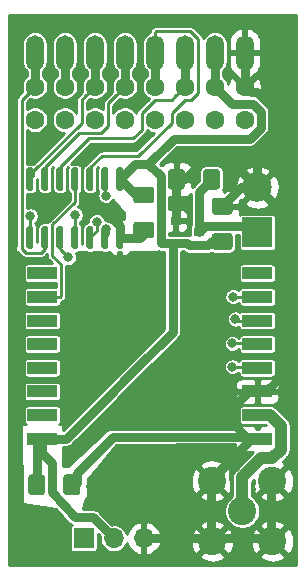
<source format=gbr>
G04 #@! TF.GenerationSoftware,KiCad,Pcbnew,(5.1.9-0-10_14)*
G04 #@! TF.CreationDate,2021-04-20T22:11:40+01:00*
G04 #@! TF.ProjectId,TinyTX4-sma,54696e79-5458-4342-9d73-6d612e6b6963,rev?*
G04 #@! TF.SameCoordinates,Original*
G04 #@! TF.FileFunction,Copper,L1,Top*
G04 #@! TF.FilePolarity,Positive*
%FSLAX46Y46*%
G04 Gerber Fmt 4.6, Leading zero omitted, Abs format (unit mm)*
G04 Created by KiCad (PCBNEW (5.1.9-0-10_14)) date 2021-04-20 22:11:40*
%MOMM*%
%LPD*%
G01*
G04 APERTURE LIST*
G04 #@! TA.AperFunction,ComponentPad*
%ADD10C,2.400000*%
G04 #@! TD*
G04 #@! TA.AperFunction,ComponentPad*
%ADD11O,1.700000X1.700000*%
G04 #@! TD*
G04 #@! TA.AperFunction,ComponentPad*
%ADD12R,1.700000X1.700000*%
G04 #@! TD*
G04 #@! TA.AperFunction,ComponentPad*
%ADD13R,2.499360X2.499360*%
G04 #@! TD*
G04 #@! TA.AperFunction,ComponentPad*
%ADD14C,2.499360*%
G04 #@! TD*
G04 #@! TA.AperFunction,SMDPad,CuDef*
%ADD15R,2.500000X1.000000*%
G04 #@! TD*
G04 #@! TA.AperFunction,ComponentPad*
%ADD16C,1.600000*%
G04 #@! TD*
G04 #@! TA.AperFunction,ComponentPad*
%ADD17O,1.500000X3.000000*%
G04 #@! TD*
G04 #@! TA.AperFunction,SMDPad,CuDef*
%ADD18R,0.900000X0.800000*%
G04 #@! TD*
G04 #@! TA.AperFunction,ViaPad*
%ADD19C,0.800000*%
G04 #@! TD*
G04 #@! TA.AperFunction,ViaPad*
%ADD20C,0.600000*%
G04 #@! TD*
G04 #@! TA.AperFunction,Conductor*
%ADD21C,0.250000*%
G04 #@! TD*
G04 #@! TA.AperFunction,Conductor*
%ADD22C,0.750000*%
G04 #@! TD*
G04 #@! TA.AperFunction,Conductor*
%ADD23C,1.050000*%
G04 #@! TD*
G04 #@! TA.AperFunction,Conductor*
%ADD24C,0.254000*%
G04 #@! TD*
G04 #@! TA.AperFunction,Conductor*
%ADD25C,0.100000*%
G04 #@! TD*
G04 APERTURE END LIST*
D10*
X36545520Y-58643520D03*
X31465520Y-58643520D03*
X36545520Y-53563520D03*
X31465520Y-53563520D03*
X34005520Y-56103520D03*
D11*
X25654000Y-58420000D03*
X23114000Y-58420000D03*
D12*
X20574000Y-58420000D03*
D13*
X35285680Y-32517080D03*
D14*
X35285680Y-28707080D03*
D15*
X17068800Y-35976560D03*
X17068800Y-37976560D03*
X17068800Y-39976560D03*
X17068800Y-41976560D03*
X17068800Y-43976560D03*
X17068800Y-45976560D03*
X17068800Y-47976560D03*
X17068800Y-49976560D03*
X35268800Y-49976560D03*
X35268800Y-47976560D03*
X35268800Y-45976560D03*
X35268800Y-43976560D03*
X35268800Y-41976560D03*
X35268800Y-39976560D03*
X35268800Y-37976560D03*
X35268800Y-35976560D03*
G04 #@! TA.AperFunction,SMDPad,CuDef*
G36*
G01*
X18853780Y-54508560D02*
X18853780Y-53258560D01*
G75*
G02*
X19103780Y-53008560I250000J0D01*
G01*
X20028780Y-53008560D01*
G75*
G02*
X20278780Y-53258560I0J-250000D01*
G01*
X20278780Y-54508560D01*
G75*
G02*
X20028780Y-54758560I-250000J0D01*
G01*
X19103780Y-54758560D01*
G75*
G02*
X18853780Y-54508560I0J250000D01*
G01*
G37*
G04 #@! TD.AperFunction*
G04 #@! TA.AperFunction,SMDPad,CuDef*
G36*
G01*
X15878780Y-54508560D02*
X15878780Y-53258560D01*
G75*
G02*
X16128780Y-53008560I250000J0D01*
G01*
X17053780Y-53008560D01*
G75*
G02*
X17303780Y-53258560I0J-250000D01*
G01*
X17303780Y-54508560D01*
G75*
G02*
X17053780Y-54758560I-250000J0D01*
G01*
X16128780Y-54758560D01*
G75*
G02*
X15878780Y-54508560I0J250000D01*
G01*
G37*
G04 #@! TD.AperFunction*
D16*
X16440320Y-22977120D03*
X18980320Y-22977120D03*
X21520320Y-22977120D03*
X24060320Y-22977120D03*
X26600320Y-22977120D03*
X29140320Y-22977120D03*
X31680320Y-22977120D03*
X34220320Y-22977120D03*
X16440320Y-20170400D03*
X18980320Y-20170400D03*
X21520320Y-20170400D03*
X24060320Y-20170400D03*
X26600320Y-20170400D03*
X29140320Y-20170400D03*
X31680320Y-20170400D03*
X34220320Y-20170400D03*
G04 #@! TA.AperFunction,SMDPad,CuDef*
G36*
G01*
X29140180Y-27396280D02*
X29140180Y-28646280D01*
G75*
G02*
X28890180Y-28896280I-250000J0D01*
G01*
X27965180Y-28896280D01*
G75*
G02*
X27715180Y-28646280I0J250000D01*
G01*
X27715180Y-27396280D01*
G75*
G02*
X27965180Y-27146280I250000J0D01*
G01*
X28890180Y-27146280D01*
G75*
G02*
X29140180Y-27396280I0J-250000D01*
G01*
G37*
G04 #@! TD.AperFunction*
G04 #@! TA.AperFunction,SMDPad,CuDef*
G36*
G01*
X32115180Y-27396280D02*
X32115180Y-28646280D01*
G75*
G02*
X31865180Y-28896280I-250000J0D01*
G01*
X30940180Y-28896280D01*
G75*
G02*
X30690180Y-28646280I0J250000D01*
G01*
X30690180Y-27396280D01*
G75*
G02*
X30940180Y-27146280I250000J0D01*
G01*
X31865180Y-27146280D01*
G75*
G02*
X32115180Y-27396280I0J-250000D01*
G01*
G37*
G04 #@! TD.AperFunction*
G04 #@! TA.AperFunction,SMDPad,CuDef*
G36*
G01*
X23492320Y-31969840D02*
X23792320Y-31969840D01*
G75*
G02*
X23942320Y-32119840I0J-150000D01*
G01*
X23942320Y-33769840D01*
G75*
G02*
X23792320Y-33919840I-150000J0D01*
G01*
X23492320Y-33919840D01*
G75*
G02*
X23342320Y-33769840I0J150000D01*
G01*
X23342320Y-32119840D01*
G75*
G02*
X23492320Y-31969840I150000J0D01*
G01*
G37*
G04 #@! TD.AperFunction*
G04 #@! TA.AperFunction,SMDPad,CuDef*
G36*
G01*
X22222320Y-31969840D02*
X22522320Y-31969840D01*
G75*
G02*
X22672320Y-32119840I0J-150000D01*
G01*
X22672320Y-33769840D01*
G75*
G02*
X22522320Y-33919840I-150000J0D01*
G01*
X22222320Y-33919840D01*
G75*
G02*
X22072320Y-33769840I0J150000D01*
G01*
X22072320Y-32119840D01*
G75*
G02*
X22222320Y-31969840I150000J0D01*
G01*
G37*
G04 #@! TD.AperFunction*
G04 #@! TA.AperFunction,SMDPad,CuDef*
G36*
G01*
X20952320Y-31969840D02*
X21252320Y-31969840D01*
G75*
G02*
X21402320Y-32119840I0J-150000D01*
G01*
X21402320Y-33769840D01*
G75*
G02*
X21252320Y-33919840I-150000J0D01*
G01*
X20952320Y-33919840D01*
G75*
G02*
X20802320Y-33769840I0J150000D01*
G01*
X20802320Y-32119840D01*
G75*
G02*
X20952320Y-31969840I150000J0D01*
G01*
G37*
G04 #@! TD.AperFunction*
G04 #@! TA.AperFunction,SMDPad,CuDef*
G36*
G01*
X19682320Y-31969840D02*
X19982320Y-31969840D01*
G75*
G02*
X20132320Y-32119840I0J-150000D01*
G01*
X20132320Y-33769840D01*
G75*
G02*
X19982320Y-33919840I-150000J0D01*
G01*
X19682320Y-33919840D01*
G75*
G02*
X19532320Y-33769840I0J150000D01*
G01*
X19532320Y-32119840D01*
G75*
G02*
X19682320Y-31969840I150000J0D01*
G01*
G37*
G04 #@! TD.AperFunction*
G04 #@! TA.AperFunction,SMDPad,CuDef*
G36*
G01*
X18412320Y-31969840D02*
X18712320Y-31969840D01*
G75*
G02*
X18862320Y-32119840I0J-150000D01*
G01*
X18862320Y-33769840D01*
G75*
G02*
X18712320Y-33919840I-150000J0D01*
G01*
X18412320Y-33919840D01*
G75*
G02*
X18262320Y-33769840I0J150000D01*
G01*
X18262320Y-32119840D01*
G75*
G02*
X18412320Y-31969840I150000J0D01*
G01*
G37*
G04 #@! TD.AperFunction*
G04 #@! TA.AperFunction,SMDPad,CuDef*
G36*
G01*
X17142320Y-31969840D02*
X17442320Y-31969840D01*
G75*
G02*
X17592320Y-32119840I0J-150000D01*
G01*
X17592320Y-33769840D01*
G75*
G02*
X17442320Y-33919840I-150000J0D01*
G01*
X17142320Y-33919840D01*
G75*
G02*
X16992320Y-33769840I0J150000D01*
G01*
X16992320Y-32119840D01*
G75*
G02*
X17142320Y-31969840I150000J0D01*
G01*
G37*
G04 #@! TD.AperFunction*
G04 #@! TA.AperFunction,SMDPad,CuDef*
G36*
G01*
X15872320Y-31969840D02*
X16172320Y-31969840D01*
G75*
G02*
X16322320Y-32119840I0J-150000D01*
G01*
X16322320Y-33769840D01*
G75*
G02*
X16172320Y-33919840I-150000J0D01*
G01*
X15872320Y-33919840D01*
G75*
G02*
X15722320Y-33769840I0J150000D01*
G01*
X15722320Y-32119840D01*
G75*
G02*
X15872320Y-31969840I150000J0D01*
G01*
G37*
G04 #@! TD.AperFunction*
G04 #@! TA.AperFunction,SMDPad,CuDef*
G36*
G01*
X15872320Y-27019840D02*
X16172320Y-27019840D01*
G75*
G02*
X16322320Y-27169840I0J-150000D01*
G01*
X16322320Y-28819840D01*
G75*
G02*
X16172320Y-28969840I-150000J0D01*
G01*
X15872320Y-28969840D01*
G75*
G02*
X15722320Y-28819840I0J150000D01*
G01*
X15722320Y-27169840D01*
G75*
G02*
X15872320Y-27019840I150000J0D01*
G01*
G37*
G04 #@! TD.AperFunction*
G04 #@! TA.AperFunction,SMDPad,CuDef*
G36*
G01*
X17142320Y-27019840D02*
X17442320Y-27019840D01*
G75*
G02*
X17592320Y-27169840I0J-150000D01*
G01*
X17592320Y-28819840D01*
G75*
G02*
X17442320Y-28969840I-150000J0D01*
G01*
X17142320Y-28969840D01*
G75*
G02*
X16992320Y-28819840I0J150000D01*
G01*
X16992320Y-27169840D01*
G75*
G02*
X17142320Y-27019840I150000J0D01*
G01*
G37*
G04 #@! TD.AperFunction*
G04 #@! TA.AperFunction,SMDPad,CuDef*
G36*
G01*
X18412320Y-27019840D02*
X18712320Y-27019840D01*
G75*
G02*
X18862320Y-27169840I0J-150000D01*
G01*
X18862320Y-28819840D01*
G75*
G02*
X18712320Y-28969840I-150000J0D01*
G01*
X18412320Y-28969840D01*
G75*
G02*
X18262320Y-28819840I0J150000D01*
G01*
X18262320Y-27169840D01*
G75*
G02*
X18412320Y-27019840I150000J0D01*
G01*
G37*
G04 #@! TD.AperFunction*
G04 #@! TA.AperFunction,SMDPad,CuDef*
G36*
G01*
X19682320Y-27019840D02*
X19982320Y-27019840D01*
G75*
G02*
X20132320Y-27169840I0J-150000D01*
G01*
X20132320Y-28819840D01*
G75*
G02*
X19982320Y-28969840I-150000J0D01*
G01*
X19682320Y-28969840D01*
G75*
G02*
X19532320Y-28819840I0J150000D01*
G01*
X19532320Y-27169840D01*
G75*
G02*
X19682320Y-27019840I150000J0D01*
G01*
G37*
G04 #@! TD.AperFunction*
G04 #@! TA.AperFunction,SMDPad,CuDef*
G36*
G01*
X20952320Y-27019840D02*
X21252320Y-27019840D01*
G75*
G02*
X21402320Y-27169840I0J-150000D01*
G01*
X21402320Y-28819840D01*
G75*
G02*
X21252320Y-28969840I-150000J0D01*
G01*
X20952320Y-28969840D01*
G75*
G02*
X20802320Y-28819840I0J150000D01*
G01*
X20802320Y-27169840D01*
G75*
G02*
X20952320Y-27019840I150000J0D01*
G01*
G37*
G04 #@! TD.AperFunction*
G04 #@! TA.AperFunction,SMDPad,CuDef*
G36*
G01*
X22222320Y-27019840D02*
X22522320Y-27019840D01*
G75*
G02*
X22672320Y-27169840I0J-150000D01*
G01*
X22672320Y-28819840D01*
G75*
G02*
X22522320Y-28969840I-150000J0D01*
G01*
X22222320Y-28969840D01*
G75*
G02*
X22072320Y-28819840I0J150000D01*
G01*
X22072320Y-27169840D01*
G75*
G02*
X22222320Y-27019840I150000J0D01*
G01*
G37*
G04 #@! TD.AperFunction*
G04 #@! TA.AperFunction,SMDPad,CuDef*
G36*
G01*
X23492320Y-27019840D02*
X23792320Y-27019840D01*
G75*
G02*
X23942320Y-27169840I0J-150000D01*
G01*
X23942320Y-28819840D01*
G75*
G02*
X23792320Y-28969840I-150000J0D01*
G01*
X23492320Y-28969840D01*
G75*
G02*
X23342320Y-28819840I0J150000D01*
G01*
X23342320Y-27169840D01*
G75*
G02*
X23492320Y-27019840I150000J0D01*
G01*
G37*
G04 #@! TD.AperFunction*
D17*
X16443960Y-17292320D03*
X18983960Y-17292320D03*
X21523960Y-17292320D03*
X24063960Y-17292320D03*
X26603960Y-17292320D03*
X29143960Y-17292320D03*
X31683960Y-17292320D03*
X34223960Y-17292320D03*
D18*
X30352240Y-32491680D03*
X28352240Y-33441680D03*
X28352240Y-31541680D03*
G04 #@! TA.AperFunction,SMDPad,CuDef*
G36*
G01*
X32928720Y-31021660D02*
X31678720Y-31021660D01*
G75*
G02*
X31428720Y-30771660I0J250000D01*
G01*
X31428720Y-29846660D01*
G75*
G02*
X31678720Y-29596660I250000J0D01*
G01*
X32928720Y-29596660D01*
G75*
G02*
X33178720Y-29846660I0J-250000D01*
G01*
X33178720Y-30771660D01*
G75*
G02*
X32928720Y-31021660I-250000J0D01*
G01*
G37*
G04 #@! TD.AperFunction*
G04 #@! TA.AperFunction,SMDPad,CuDef*
G36*
G01*
X32928720Y-33996660D02*
X31678720Y-33996660D01*
G75*
G02*
X31428720Y-33746660I0J250000D01*
G01*
X31428720Y-32821660D01*
G75*
G02*
X31678720Y-32571660I250000J0D01*
G01*
X32928720Y-32571660D01*
G75*
G02*
X33178720Y-32821660I0J-250000D01*
G01*
X33178720Y-33746660D01*
G75*
G02*
X32928720Y-33996660I-250000J0D01*
G01*
G37*
G04 #@! TD.AperFunction*
G04 #@! TA.AperFunction,SMDPad,CuDef*
G36*
G01*
X25034080Y-31606460D02*
X26284080Y-31606460D01*
G75*
G02*
X26534080Y-31856460I0J-250000D01*
G01*
X26534080Y-32781460D01*
G75*
G02*
X26284080Y-33031460I-250000J0D01*
G01*
X25034080Y-33031460D01*
G75*
G02*
X24784080Y-32781460I0J250000D01*
G01*
X24784080Y-31856460D01*
G75*
G02*
X25034080Y-31606460I250000J0D01*
G01*
G37*
G04 #@! TD.AperFunction*
G04 #@! TA.AperFunction,SMDPad,CuDef*
G36*
G01*
X25034080Y-28631460D02*
X26284080Y-28631460D01*
G75*
G02*
X26534080Y-28881460I0J-250000D01*
G01*
X26534080Y-29806460D01*
G75*
G02*
X26284080Y-30056460I-250000J0D01*
G01*
X25034080Y-30056460D01*
G75*
G02*
X24784080Y-29806460I0J250000D01*
G01*
X24784080Y-28881460D01*
G75*
G02*
X25034080Y-28631460I250000J0D01*
G01*
G37*
G04 #@! TD.AperFunction*
D19*
X33157160Y-43891200D03*
X22448495Y-32231735D03*
X33157160Y-41915080D03*
X21678434Y-31593749D03*
X19847560Y-31028640D03*
X33414665Y-39843781D03*
X33223200Y-37957760D03*
X22445869Y-29394515D03*
X20680680Y-29662120D03*
X28427680Y-30246320D03*
X21569680Y-35961320D03*
X21437600Y-44836080D03*
X26370280Y-40365680D03*
X28869640Y-45430440D03*
X36413440Y-17332960D03*
X15494000Y-56388000D03*
X14859000Y-43434000D03*
X21590000Y-25400000D03*
X16383000Y-25273000D03*
X37084000Y-25400000D03*
X26797000Y-53848000D03*
X37846000Y-47498000D03*
X33210500Y-51498500D03*
X22098000Y-53848000D03*
X15494000Y-59182000D03*
X14986000Y-14986000D03*
X22860000Y-14986000D03*
D20*
X38354000Y-50038000D03*
D19*
X18288000Y-30480000D03*
X19288760Y-34630360D03*
X16047720Y-31125160D03*
D21*
X35183440Y-43891200D02*
X35268800Y-43976560D01*
X33157160Y-43891200D02*
X35183440Y-43891200D01*
X22672320Y-32455560D02*
X22448495Y-32231735D01*
X22372320Y-32944840D02*
X22672320Y-32644840D01*
X22672320Y-32644840D02*
X22672320Y-32455560D01*
X35207320Y-41915080D02*
X35207320Y-41915080D01*
X33157160Y-41915080D02*
X35207320Y-41915080D01*
X21678434Y-32368726D02*
X21678434Y-32159434D01*
X21678434Y-32159434D02*
X21678434Y-31593749D01*
X21102320Y-32944840D02*
X21678434Y-32368726D01*
X35207320Y-41915080D02*
X35268800Y-41976560D01*
X19847560Y-32929600D02*
X19832320Y-32944840D01*
X19847560Y-31028640D02*
X19847560Y-32929600D01*
X35268800Y-39976560D02*
X33547444Y-39976560D01*
X33547444Y-39976560D02*
X33414665Y-39843781D01*
X19832320Y-27994840D02*
X19832320Y-29931360D01*
X18568800Y-37976560D02*
X17068800Y-37976560D01*
X18643801Y-37901559D02*
X18568800Y-37976560D01*
X18643801Y-35216559D02*
X18643801Y-37901559D01*
X17917330Y-34490088D02*
X18643801Y-35216559D01*
X17917330Y-31846350D02*
X17917330Y-34490088D01*
X19832320Y-29931360D02*
X17917330Y-31846350D01*
X35250000Y-37957760D02*
X35268800Y-37976560D01*
X33223200Y-37957760D02*
X35250000Y-37957760D01*
X22372320Y-27994840D02*
X22372320Y-29320966D01*
X22372320Y-29320966D02*
X22445869Y-29394515D01*
D22*
X23052040Y-49844720D02*
X25166560Y-49844720D01*
X19999960Y-52896800D02*
X23052040Y-49844720D01*
X33414400Y-49844720D02*
X35414400Y-49844720D01*
X20842961Y-52053799D02*
X19999960Y-52896800D01*
X19999960Y-52896800D02*
X19999960Y-53771800D01*
X34629398Y-49844720D02*
X35414400Y-49844720D01*
X33414400Y-47094720D02*
X33414400Y-48629722D01*
X34664400Y-45844720D02*
X33414400Y-47094720D01*
X34223960Y-20166760D02*
X34220320Y-20170400D01*
X34223960Y-17292320D02*
X34223960Y-20166760D01*
X34223960Y-19542320D02*
X34223960Y-17292320D01*
X37165280Y-30607000D02*
X35250120Y-28691840D01*
X36053802Y-45976560D02*
X37165280Y-44865082D01*
X35268800Y-45976560D02*
X36053802Y-45976560D01*
X33893760Y-28691840D02*
X32278320Y-30307280D01*
X35250120Y-28691840D02*
X33893760Y-28691840D01*
X34702030Y-20652110D02*
X34220320Y-20170400D01*
X35273828Y-20652110D02*
X34702030Y-20652110D01*
X36545331Y-21923612D02*
X36482759Y-21861041D01*
X35250120Y-25325839D02*
X36545331Y-24030628D01*
X36545331Y-24030628D02*
X36545331Y-21923612D01*
X35250120Y-28691840D02*
X35250120Y-25325839D01*
X33129550Y-26571270D02*
X34000441Y-27442161D01*
X30590190Y-26571270D02*
X33129550Y-26571270D01*
X34000441Y-27442161D02*
X35250120Y-28691840D01*
X29140180Y-28021280D02*
X30590190Y-26571270D01*
X28427680Y-28021280D02*
X29140180Y-28021280D01*
X25370640Y-32966200D02*
X26060400Y-32276440D01*
X23942040Y-32966200D02*
X25370640Y-32966200D01*
X37165280Y-44865082D02*
X37185600Y-34391600D01*
X37185600Y-34391600D02*
X37165280Y-30607000D01*
X32883080Y-49844720D02*
X33414400Y-49844720D01*
X35414400Y-49844720D02*
X35414400Y-49844720D01*
X36482759Y-21861041D02*
X35273828Y-20652110D01*
X25166560Y-49844720D02*
X32883080Y-49844720D01*
X28427680Y-30246320D02*
X28427680Y-31191200D01*
X21334600Y-29662120D02*
X21246365Y-29662120D01*
X23642320Y-31969840D02*
X21334600Y-29662120D01*
X21246365Y-29662120D02*
X20680680Y-29662120D01*
X23642320Y-32944840D02*
X23642320Y-31969840D01*
X34518800Y-45976560D02*
X35268800Y-45976560D01*
X33268800Y-48761562D02*
X33268800Y-47226560D01*
X33268800Y-47226560D02*
X34518800Y-45976560D01*
X34483798Y-49976560D02*
X33268800Y-48761562D01*
X35268800Y-49976560D02*
X34483798Y-49976560D01*
X28352240Y-28096720D02*
X28427680Y-28021280D01*
X28352240Y-31541680D02*
X28352240Y-28096720D01*
X31242000Y-58293000D02*
X31369000Y-58420000D01*
X31369000Y-58420000D02*
X31369000Y-53340000D01*
X36449000Y-53340000D02*
X36449000Y-58420000D01*
X36449000Y-58420000D02*
X31369000Y-58420000D01*
X34732440Y-49976560D02*
X33210500Y-51498500D01*
X35268800Y-49976560D02*
X34732440Y-49976560D01*
X31226760Y-58404760D02*
X31465520Y-58643520D01*
X25654000Y-58420000D02*
X31226760Y-58404760D01*
X33210500Y-51498500D02*
X31369000Y-53340000D01*
D21*
X18562320Y-33903920D02*
X19288760Y-34630360D01*
X18562320Y-32944840D02*
X18562320Y-33903920D01*
D22*
X16443960Y-20166760D02*
X16440320Y-20170400D01*
X16443960Y-17292320D02*
X16443960Y-20166760D01*
D21*
X17292320Y-33919840D02*
X17292320Y-32944840D01*
X16967310Y-34244850D02*
X17292320Y-33919840D01*
X15675562Y-34244850D02*
X16967310Y-34244850D01*
X15315319Y-33884607D02*
X15675562Y-34244850D01*
X15315319Y-21295401D02*
X15315319Y-33884607D01*
X16440320Y-20170400D02*
X15315319Y-21295401D01*
D22*
X18983960Y-20166760D02*
X18980320Y-20170400D01*
X18983960Y-17292320D02*
X18983960Y-20166760D01*
D21*
X18980320Y-20170400D02*
X18980320Y-20343960D01*
X16032480Y-32934680D02*
X16022320Y-32944840D01*
X16032480Y-31150560D02*
X16032480Y-32934680D01*
D22*
X21523960Y-20166760D02*
X21520320Y-20170400D01*
X21523960Y-17292320D02*
X21523960Y-20166760D01*
D21*
X20395319Y-21295401D02*
X20720321Y-20970399D01*
X20720321Y-20970399D02*
X21520320Y-20170400D01*
X20395319Y-23227123D02*
X20395319Y-21295401D01*
X16322320Y-27300122D02*
X20395319Y-23227123D01*
X16322320Y-27694840D02*
X16322320Y-27300122D01*
X16022320Y-27994840D02*
X16322320Y-27694840D01*
D22*
X24063960Y-20166760D02*
X24060320Y-20170400D01*
X24063960Y-17292320D02*
X24063960Y-20166760D01*
D21*
X24060320Y-20170400D02*
X24076920Y-20170400D01*
X23260321Y-20970399D02*
X24060320Y-20170400D01*
X22645321Y-21585399D02*
X23260321Y-20970399D01*
X22645321Y-23517121D02*
X22645321Y-21585399D01*
X22060321Y-24102121D02*
X22645321Y-23517121D01*
X17292320Y-27019840D02*
X20210039Y-24102121D01*
X20210039Y-24102121D02*
X22060321Y-24102121D01*
X17292320Y-27994840D02*
X17292320Y-27019840D01*
D22*
X29143960Y-20166760D02*
X29140320Y-20170400D01*
X29143960Y-17292320D02*
X29143960Y-20166760D01*
D21*
X18562320Y-27019840D02*
X21018251Y-24563909D01*
X24790072Y-24563909D02*
X25475319Y-23878662D01*
X21018251Y-24563909D02*
X24790072Y-24563909D01*
X25475319Y-22437119D02*
X26617037Y-21295401D01*
X18562320Y-27994840D02*
X18562320Y-27019840D01*
X28015319Y-21295401D02*
X28340321Y-20970399D01*
X26617037Y-21295401D02*
X28015319Y-21295401D01*
X25475319Y-23878662D02*
X25475319Y-22437119D01*
X28340321Y-20970399D02*
X29140320Y-20170400D01*
D22*
X26603960Y-20166760D02*
X26600320Y-20170400D01*
X26603960Y-17292320D02*
X26603960Y-20166760D01*
D21*
X26678970Y-15467310D02*
X26603960Y-15542320D01*
X21102320Y-27994840D02*
X21102320Y-27019840D01*
X28015319Y-23227123D02*
X28015319Y-22437119D01*
X22091211Y-26030949D02*
X25211493Y-26030949D01*
X28015319Y-22437119D02*
X29157037Y-21295401D01*
X29680321Y-21295401D02*
X30265321Y-20710401D01*
X29157037Y-21295401D02*
X29680321Y-21295401D01*
X30265321Y-20710401D02*
X30265321Y-16143388D01*
X21102320Y-27019840D02*
X22091211Y-26030949D01*
X25211493Y-26030949D02*
X28015319Y-23227123D01*
X26603960Y-15542320D02*
X26603960Y-17292320D01*
X30265321Y-16143388D02*
X29589243Y-15467310D01*
X29589243Y-15467310D02*
X26678970Y-15467310D01*
D22*
X17024960Y-50034160D02*
X17214400Y-49844720D01*
X31683960Y-20166760D02*
X31680320Y-20170400D01*
X31683960Y-17292320D02*
X31683960Y-20166760D01*
X31683960Y-17292320D02*
X31683960Y-16542320D01*
X17068800Y-49976560D02*
X17818800Y-49976560D01*
X32278320Y-33282280D02*
X31403320Y-33282280D01*
X29297480Y-33421400D02*
X28097480Y-33421400D01*
X31403320Y-33282280D02*
X31065821Y-33619779D01*
X31065821Y-33619779D02*
X29495859Y-33619779D01*
X29495859Y-33619779D02*
X29297480Y-33421400D01*
X28097480Y-34571400D02*
X28097480Y-33421400D01*
X28097480Y-40947880D02*
X28097480Y-34571400D01*
X19068800Y-49976560D02*
X22257020Y-46788340D01*
X17068800Y-49976560D02*
X19068800Y-49976560D01*
X24991440Y-29343960D02*
X23642320Y-27994840D01*
X25659080Y-29343960D02*
X24991440Y-29343960D01*
X24774160Y-44271200D02*
X28097480Y-40947880D01*
X22257020Y-46788340D02*
X24774160Y-44271200D01*
X24906200Y-26730960D02*
X23642320Y-27994840D01*
X26060400Y-26730960D02*
X24906200Y-26730960D01*
X28224531Y-24566829D02*
X26060400Y-26730960D01*
X35595321Y-23637121D02*
X34665613Y-24566829D01*
X34880321Y-21602119D02*
X35595321Y-22317119D01*
X34665613Y-24566829D02*
X28224531Y-24566829D01*
X35595321Y-22317119D02*
X35595321Y-23637121D01*
X33112039Y-21602119D02*
X34880321Y-21602119D01*
X31680320Y-20170400D02*
X33112039Y-21602119D01*
X27109090Y-33398530D02*
X27109090Y-27779650D01*
X27109090Y-27779650D02*
X26060400Y-26730960D01*
X27152240Y-33441680D02*
X27109090Y-33398530D01*
X28352240Y-33441680D02*
X27152240Y-33441680D01*
X16591280Y-50454080D02*
X17068800Y-49976560D01*
X16591280Y-53883560D02*
X16591280Y-50454080D01*
X17912240Y-52070000D02*
X17912240Y-54483764D01*
X17912240Y-54483764D02*
X19812000Y-56642000D01*
X17068800Y-51226560D02*
X17912240Y-52070000D01*
X17068800Y-49976560D02*
X17068800Y-51226560D01*
X21336000Y-56642000D02*
X23114000Y-58420000D01*
X19812000Y-56642000D02*
X21336000Y-56642000D01*
X35268800Y-47976560D02*
X36053802Y-47976560D01*
X36018800Y-47976560D02*
X35268800Y-47976560D01*
D23*
X34005520Y-53254518D02*
X34005520Y-56103520D01*
X35621519Y-51638519D02*
X34005520Y-53254518D01*
X36511481Y-51638519D02*
X35621519Y-51638519D01*
X37243801Y-50906199D02*
X36511481Y-51638519D01*
X37243801Y-48896559D02*
X37243801Y-50906199D01*
X36323802Y-47976560D02*
X37243801Y-48896559D01*
X35268800Y-47976560D02*
X36323802Y-47976560D01*
D22*
X35250120Y-32501840D02*
X34743050Y-31994770D01*
X34765250Y-31996650D02*
X35285680Y-32517080D01*
X30847270Y-31996650D02*
X34765250Y-31996650D01*
X30352240Y-32491680D02*
X30847270Y-31996650D01*
X30352240Y-29071720D02*
X31402680Y-28021280D01*
X30352240Y-32491680D02*
X30352240Y-29071720D01*
D24*
X38529001Y-60648000D02*
X14233000Y-60648000D01*
X14233000Y-59921500D01*
X30367146Y-59921500D01*
X30487034Y-60206356D01*
X30810730Y-60367219D01*
X31159589Y-60461842D01*
X31520204Y-60486587D01*
X31878718Y-60440505D01*
X32221353Y-60325366D01*
X32444006Y-60206356D01*
X32563894Y-59921500D01*
X35447146Y-59921500D01*
X35567034Y-60206356D01*
X35890730Y-60367219D01*
X36239589Y-60461842D01*
X36600204Y-60486587D01*
X36958718Y-60440505D01*
X37301353Y-60325366D01*
X37524006Y-60206356D01*
X37643894Y-59921500D01*
X36545520Y-58823125D01*
X35447146Y-59921500D01*
X32563894Y-59921500D01*
X31465520Y-58823125D01*
X30367146Y-59921500D01*
X14233000Y-59921500D01*
X14233000Y-45476560D01*
X15490218Y-45476560D01*
X15490218Y-46476560D01*
X15496532Y-46540663D01*
X15515230Y-46602303D01*
X15545594Y-46659110D01*
X15586457Y-46708903D01*
X15636250Y-46749766D01*
X15693057Y-46780130D01*
X15754697Y-46798828D01*
X15818800Y-46805142D01*
X18318800Y-46805142D01*
X18382903Y-46798828D01*
X18444543Y-46780130D01*
X18501350Y-46749766D01*
X18551143Y-46708903D01*
X18592006Y-46659110D01*
X18622370Y-46602303D01*
X18641068Y-46540663D01*
X18647382Y-46476560D01*
X18647382Y-45476560D01*
X18641068Y-45412457D01*
X18622370Y-45350817D01*
X18592006Y-45294010D01*
X18551143Y-45244217D01*
X18501350Y-45203354D01*
X18444543Y-45172990D01*
X18382903Y-45154292D01*
X18318800Y-45147978D01*
X15818800Y-45147978D01*
X15754697Y-45154292D01*
X15693057Y-45172990D01*
X15636250Y-45203354D01*
X15586457Y-45244217D01*
X15545594Y-45294010D01*
X15515230Y-45350817D01*
X15496532Y-45412457D01*
X15490218Y-45476560D01*
X14233000Y-45476560D01*
X14233000Y-43476560D01*
X15490218Y-43476560D01*
X15490218Y-44476560D01*
X15496532Y-44540663D01*
X15515230Y-44602303D01*
X15545594Y-44659110D01*
X15586457Y-44708903D01*
X15636250Y-44749766D01*
X15693057Y-44780130D01*
X15754697Y-44798828D01*
X15818800Y-44805142D01*
X18318800Y-44805142D01*
X18382903Y-44798828D01*
X18444543Y-44780130D01*
X18501350Y-44749766D01*
X18551143Y-44708903D01*
X18592006Y-44659110D01*
X18622370Y-44602303D01*
X18641068Y-44540663D01*
X18647382Y-44476560D01*
X18647382Y-43476560D01*
X18641068Y-43412457D01*
X18622370Y-43350817D01*
X18592006Y-43294010D01*
X18551143Y-43244217D01*
X18501350Y-43203354D01*
X18444543Y-43172990D01*
X18382903Y-43154292D01*
X18318800Y-43147978D01*
X15818800Y-43147978D01*
X15754697Y-43154292D01*
X15693057Y-43172990D01*
X15636250Y-43203354D01*
X15586457Y-43244217D01*
X15545594Y-43294010D01*
X15515230Y-43350817D01*
X15496532Y-43412457D01*
X15490218Y-43476560D01*
X14233000Y-43476560D01*
X14233000Y-41476560D01*
X15490218Y-41476560D01*
X15490218Y-42476560D01*
X15496532Y-42540663D01*
X15515230Y-42602303D01*
X15545594Y-42659110D01*
X15586457Y-42708903D01*
X15636250Y-42749766D01*
X15693057Y-42780130D01*
X15754697Y-42798828D01*
X15818800Y-42805142D01*
X18318800Y-42805142D01*
X18382903Y-42798828D01*
X18444543Y-42780130D01*
X18501350Y-42749766D01*
X18551143Y-42708903D01*
X18592006Y-42659110D01*
X18622370Y-42602303D01*
X18641068Y-42540663D01*
X18647382Y-42476560D01*
X18647382Y-41476560D01*
X18641068Y-41412457D01*
X18622370Y-41350817D01*
X18592006Y-41294010D01*
X18551143Y-41244217D01*
X18501350Y-41203354D01*
X18444543Y-41172990D01*
X18382903Y-41154292D01*
X18318800Y-41147978D01*
X15818800Y-41147978D01*
X15754697Y-41154292D01*
X15693057Y-41172990D01*
X15636250Y-41203354D01*
X15586457Y-41244217D01*
X15545594Y-41294010D01*
X15515230Y-41350817D01*
X15496532Y-41412457D01*
X15490218Y-41476560D01*
X14233000Y-41476560D01*
X14233000Y-39476560D01*
X15490218Y-39476560D01*
X15490218Y-40476560D01*
X15496532Y-40540663D01*
X15515230Y-40602303D01*
X15545594Y-40659110D01*
X15586457Y-40708903D01*
X15636250Y-40749766D01*
X15693057Y-40780130D01*
X15754697Y-40798828D01*
X15818800Y-40805142D01*
X18318800Y-40805142D01*
X18382903Y-40798828D01*
X18444543Y-40780130D01*
X18501350Y-40749766D01*
X18551143Y-40708903D01*
X18592006Y-40659110D01*
X18622370Y-40602303D01*
X18641068Y-40540663D01*
X18647382Y-40476560D01*
X18647382Y-39476560D01*
X18641068Y-39412457D01*
X18622370Y-39350817D01*
X18592006Y-39294010D01*
X18551143Y-39244217D01*
X18501350Y-39203354D01*
X18444543Y-39172990D01*
X18382903Y-39154292D01*
X18318800Y-39147978D01*
X15818800Y-39147978D01*
X15754697Y-39154292D01*
X15693057Y-39172990D01*
X15636250Y-39203354D01*
X15586457Y-39244217D01*
X15545594Y-39294010D01*
X15515230Y-39350817D01*
X15496532Y-39412457D01*
X15490218Y-39476560D01*
X14233000Y-39476560D01*
X14233000Y-34048259D01*
X14757993Y-34048259D01*
X14762814Y-34072685D01*
X14772307Y-34095700D01*
X14786107Y-34116421D01*
X14803685Y-34134052D01*
X14824365Y-34147914D01*
X14847352Y-34157476D01*
X14871763Y-34162370D01*
X14884400Y-34163000D01*
X14959064Y-34163000D01*
X14994161Y-34205766D01*
X15011414Y-34219926D01*
X15340243Y-34548755D01*
X15354403Y-34566009D01*
X15423229Y-34622493D01*
X15500691Y-34663897D01*
X15501752Y-34664464D01*
X15586954Y-34690310D01*
X15675562Y-34699037D01*
X15697767Y-34696850D01*
X16945105Y-34696850D01*
X16967310Y-34699037D01*
X16989515Y-34696850D01*
X17055917Y-34690310D01*
X17141120Y-34664464D01*
X17219643Y-34622493D01*
X17288469Y-34566009D01*
X17302633Y-34548750D01*
X17465331Y-34386053D01*
X17465331Y-34467873D01*
X17463143Y-34490088D01*
X17471870Y-34578695D01*
X17497716Y-34663897D01*
X17511834Y-34690310D01*
X17539688Y-34742421D01*
X17596172Y-34811247D01*
X17613425Y-34825407D01*
X17935996Y-35147978D01*
X15818800Y-35147978D01*
X15754697Y-35154292D01*
X15693057Y-35172990D01*
X15636250Y-35203354D01*
X15586457Y-35244217D01*
X15545594Y-35294010D01*
X15515230Y-35350817D01*
X15496532Y-35412457D01*
X15490218Y-35476560D01*
X15490218Y-36476560D01*
X15496532Y-36540663D01*
X15515230Y-36602303D01*
X15545594Y-36659110D01*
X15586457Y-36708903D01*
X15636250Y-36749766D01*
X15693057Y-36780130D01*
X15754697Y-36798828D01*
X15818800Y-36805142D01*
X18191802Y-36805142D01*
X18191802Y-37147978D01*
X15818800Y-37147978D01*
X15754697Y-37154292D01*
X15693057Y-37172990D01*
X15636250Y-37203354D01*
X15586457Y-37244217D01*
X15545594Y-37294010D01*
X15515230Y-37350817D01*
X15496532Y-37412457D01*
X15490218Y-37476560D01*
X15490218Y-38476560D01*
X15496532Y-38540663D01*
X15515230Y-38602303D01*
X15545594Y-38659110D01*
X15586457Y-38708903D01*
X15636250Y-38749766D01*
X15693057Y-38780130D01*
X15754697Y-38798828D01*
X15818800Y-38805142D01*
X18318800Y-38805142D01*
X18382903Y-38798828D01*
X18444543Y-38780130D01*
X18501350Y-38749766D01*
X18551143Y-38708903D01*
X18592006Y-38659110D01*
X18622370Y-38602303D01*
X18641068Y-38540663D01*
X18647382Y-38476560D01*
X18647382Y-38423007D01*
X18657407Y-38422020D01*
X18742610Y-38396174D01*
X18821133Y-38354203D01*
X18889959Y-38297719D01*
X18904122Y-38280461D01*
X18947704Y-38236879D01*
X18964960Y-38222718D01*
X19021444Y-38153892D01*
X19063415Y-38075369D01*
X19089261Y-37990166D01*
X19095801Y-37923764D01*
X19095801Y-37923762D01*
X19097988Y-37901560D01*
X19095801Y-37879357D01*
X19095801Y-35333221D01*
X19217157Y-35357360D01*
X19360363Y-35357360D01*
X19500818Y-35329422D01*
X19633124Y-35274619D01*
X19752196Y-35195058D01*
X19853458Y-35093796D01*
X19933019Y-34974724D01*
X19987822Y-34842418D01*
X20015760Y-34701963D01*
X20015760Y-34558757D01*
X19987822Y-34418302D01*
X19933019Y-34285996D01*
X19907913Y-34248422D01*
X19982320Y-34248422D01*
X20075687Y-34239226D01*
X20165465Y-34211992D01*
X20248206Y-34167766D01*
X20254013Y-34163000D01*
X20680627Y-34163000D01*
X20686434Y-34167766D01*
X20769175Y-34211992D01*
X20858953Y-34239226D01*
X20952320Y-34248422D01*
X21252320Y-34248422D01*
X21345687Y-34239226D01*
X21435465Y-34211992D01*
X21518206Y-34167766D01*
X21524013Y-34163000D01*
X21950627Y-34163000D01*
X21956434Y-34167766D01*
X22039175Y-34211992D01*
X22128953Y-34239226D01*
X22222320Y-34248422D01*
X22522320Y-34248422D01*
X22615687Y-34239226D01*
X22705465Y-34211992D01*
X22762239Y-34181646D01*
X22811783Y-34274334D01*
X22891135Y-34371025D01*
X22987826Y-34450377D01*
X23098140Y-34509342D01*
X23217838Y-34545652D01*
X23342320Y-34557912D01*
X23356570Y-34554840D01*
X23515320Y-34396090D01*
X23515320Y-34163000D01*
X23769320Y-34163000D01*
X23769320Y-34396090D01*
X23928070Y-34554840D01*
X23942320Y-34557912D01*
X24066802Y-34545652D01*
X24186500Y-34509342D01*
X24296814Y-34450377D01*
X24393505Y-34371025D01*
X24472857Y-34274334D01*
X24531822Y-34164020D01*
X24532131Y-34163000D01*
X26797000Y-34163000D01*
X26821776Y-34160560D01*
X26845601Y-34153333D01*
X26867557Y-34141597D01*
X26886803Y-34125803D01*
X26902597Y-34106557D01*
X26905825Y-34100518D01*
X27014624Y-34133522D01*
X27117760Y-34143680D01*
X27117770Y-34143680D01*
X27152239Y-34147075D01*
X27186709Y-34143680D01*
X27395480Y-34143680D01*
X27395480Y-34605879D01*
X27395481Y-34605889D01*
X27395480Y-40657102D01*
X24302152Y-43750430D01*
X21785017Y-46267566D01*
X21785012Y-46267570D01*
X18796000Y-49256583D01*
X18796000Y-48895000D01*
X18793560Y-48870224D01*
X18786333Y-48846399D01*
X18774597Y-48824443D01*
X18758803Y-48805197D01*
X18739557Y-48789403D01*
X18717601Y-48777667D01*
X18693776Y-48770440D01*
X18669000Y-48768000D01*
X18467237Y-48768000D01*
X18501350Y-48749766D01*
X18551143Y-48708903D01*
X18592006Y-48659110D01*
X18622370Y-48602303D01*
X18641068Y-48540663D01*
X18647382Y-48476560D01*
X18647382Y-47476560D01*
X18641068Y-47412457D01*
X18622370Y-47350817D01*
X18592006Y-47294010D01*
X18551143Y-47244217D01*
X18501350Y-47203354D01*
X18444543Y-47172990D01*
X18382903Y-47154292D01*
X18318800Y-47147978D01*
X15818800Y-47147978D01*
X15754697Y-47154292D01*
X15693057Y-47172990D01*
X15636250Y-47203354D01*
X15586457Y-47244217D01*
X15545594Y-47294010D01*
X15515230Y-47350817D01*
X15496532Y-47412457D01*
X15490218Y-47476560D01*
X15490218Y-48476560D01*
X15496532Y-48540663D01*
X15515230Y-48602303D01*
X15545594Y-48659110D01*
X15586457Y-48708903D01*
X15636250Y-48749766D01*
X15670363Y-48768000D01*
X15367000Y-48768000D01*
X15342224Y-48770440D01*
X15318399Y-48777667D01*
X15296443Y-48789403D01*
X15277197Y-48805197D01*
X15261403Y-48824443D01*
X15249667Y-48846399D01*
X15242440Y-48870224D01*
X15240024Y-48897490D01*
X15367024Y-55374490D01*
X15369950Y-55399214D01*
X15377643Y-55422892D01*
X15389807Y-55444614D01*
X15405975Y-55463546D01*
X15425526Y-55478960D01*
X15447709Y-55490263D01*
X15475808Y-55497690D01*
X18219006Y-55894732D01*
X19277068Y-57096751D01*
X19313210Y-57140790D01*
X19349386Y-57170479D01*
X19383612Y-57202417D01*
X19402726Y-57214254D01*
X19420103Y-57228515D01*
X19461386Y-57250581D01*
X19501175Y-57275222D01*
X19522225Y-57283100D01*
X19542057Y-57293701D01*
X19545361Y-57294703D01*
X19541450Y-57296794D01*
X19491657Y-57337657D01*
X19450794Y-57387450D01*
X19420430Y-57444257D01*
X19401732Y-57505897D01*
X19395418Y-57570000D01*
X19395418Y-59270000D01*
X19401732Y-59334103D01*
X19420430Y-59395743D01*
X19450794Y-59452550D01*
X19491657Y-59502343D01*
X19541450Y-59543206D01*
X19598257Y-59573570D01*
X19659897Y-59592268D01*
X19724000Y-59598582D01*
X21424000Y-59598582D01*
X21488103Y-59592268D01*
X21549743Y-59573570D01*
X21606550Y-59543206D01*
X21656343Y-59502343D01*
X21697206Y-59452550D01*
X21727570Y-59395743D01*
X21746268Y-59334103D01*
X21752582Y-59270000D01*
X21752582Y-58051360D01*
X21948331Y-58247109D01*
X21937000Y-58304076D01*
X21937000Y-58535924D01*
X21982231Y-58763318D01*
X22070956Y-58977519D01*
X22199764Y-59170294D01*
X22363706Y-59334236D01*
X22556481Y-59463044D01*
X22770682Y-59551769D01*
X22998076Y-59597000D01*
X23229924Y-59597000D01*
X23457318Y-59551769D01*
X23671519Y-59463044D01*
X23864294Y-59334236D01*
X24028236Y-59170294D01*
X24157044Y-58977519D01*
X24225264Y-58812821D01*
X24309843Y-59051252D01*
X24458822Y-59301355D01*
X24653731Y-59517588D01*
X24887080Y-59691641D01*
X25149901Y-59816825D01*
X25297110Y-59861476D01*
X25527000Y-59740155D01*
X25527000Y-58547000D01*
X25781000Y-58547000D01*
X25781000Y-59740155D01*
X26010890Y-59861476D01*
X26158099Y-59816825D01*
X26420920Y-59691641D01*
X26654269Y-59517588D01*
X26849178Y-59301355D01*
X26998157Y-59051252D01*
X27095481Y-58776891D01*
X27054180Y-58698204D01*
X29622453Y-58698204D01*
X29668535Y-59056718D01*
X29783674Y-59399353D01*
X29902684Y-59622006D01*
X30187540Y-59741894D01*
X31285915Y-58643520D01*
X31645125Y-58643520D01*
X32743500Y-59741894D01*
X33028356Y-59622006D01*
X33189219Y-59298310D01*
X33283842Y-58949451D01*
X33301082Y-58698204D01*
X34702453Y-58698204D01*
X34748535Y-59056718D01*
X34863674Y-59399353D01*
X34982684Y-59622006D01*
X35267540Y-59741894D01*
X36365915Y-58643520D01*
X36725125Y-58643520D01*
X37823500Y-59741894D01*
X38108356Y-59622006D01*
X38269219Y-59298310D01*
X38363842Y-58949451D01*
X38388587Y-58588836D01*
X38342505Y-58230322D01*
X38227366Y-57887687D01*
X38108356Y-57665034D01*
X37823500Y-57545146D01*
X36725125Y-58643520D01*
X36365915Y-58643520D01*
X35267540Y-57545146D01*
X34982684Y-57665034D01*
X34821821Y-57988730D01*
X34727198Y-58337589D01*
X34702453Y-58698204D01*
X33301082Y-58698204D01*
X33308587Y-58588836D01*
X33262505Y-58230322D01*
X33147366Y-57887687D01*
X33028356Y-57665034D01*
X32743500Y-57545146D01*
X31645125Y-58643520D01*
X31285915Y-58643520D01*
X30187540Y-57545146D01*
X29902684Y-57665034D01*
X29741821Y-57988730D01*
X29647198Y-58337589D01*
X29622453Y-58698204D01*
X27054180Y-58698204D01*
X26974814Y-58547000D01*
X25781000Y-58547000D01*
X25527000Y-58547000D01*
X25507000Y-58547000D01*
X25507000Y-58293000D01*
X25527000Y-58293000D01*
X25527000Y-57099845D01*
X25781000Y-57099845D01*
X25781000Y-58293000D01*
X26974814Y-58293000D01*
X27095481Y-58063109D01*
X26998157Y-57788748D01*
X26849178Y-57538645D01*
X26693144Y-57365540D01*
X30367146Y-57365540D01*
X31465520Y-58463915D01*
X32563894Y-57365540D01*
X32444006Y-57080684D01*
X32120310Y-56919821D01*
X31771451Y-56825198D01*
X31410836Y-56800453D01*
X31052322Y-56846535D01*
X30709687Y-56961674D01*
X30487034Y-57080684D01*
X30367146Y-57365540D01*
X26693144Y-57365540D01*
X26654269Y-57322412D01*
X26420920Y-57148359D01*
X26158099Y-57023175D01*
X26010890Y-56978524D01*
X25781000Y-57099845D01*
X25527000Y-57099845D01*
X25297110Y-56978524D01*
X25149901Y-57023175D01*
X24887080Y-57148359D01*
X24653731Y-57322412D01*
X24458822Y-57538645D01*
X24309843Y-57788748D01*
X24225264Y-58027179D01*
X24157044Y-57862481D01*
X24028236Y-57669706D01*
X23864294Y-57505764D01*
X23671519Y-57376956D01*
X23457318Y-57288231D01*
X23229924Y-57243000D01*
X22998076Y-57243000D01*
X22941109Y-57254331D01*
X21856771Y-56169994D01*
X21834790Y-56143210D01*
X21727897Y-56055485D01*
X21605943Y-55990299D01*
X21473616Y-55950158D01*
X21370480Y-55940000D01*
X21370470Y-55940000D01*
X21336000Y-55936605D01*
X21301530Y-55940000D01*
X20546047Y-55940000D01*
X20651136Y-55274438D01*
X20729965Y-55209745D01*
X20809317Y-55113054D01*
X20868282Y-55002740D01*
X20904592Y-54883042D01*
X20908683Y-54841500D01*
X30367146Y-54841500D01*
X30487034Y-55126356D01*
X30810730Y-55287219D01*
X31159589Y-55381842D01*
X31520204Y-55406587D01*
X31878718Y-55360505D01*
X32221353Y-55245366D01*
X32444006Y-55126356D01*
X32563894Y-54841500D01*
X31465520Y-53743125D01*
X30367146Y-54841500D01*
X20908683Y-54841500D01*
X20916852Y-54758560D01*
X20913780Y-54169310D01*
X20837650Y-54093180D01*
X20912646Y-53618204D01*
X29622453Y-53618204D01*
X29668535Y-53976718D01*
X29783674Y-54319353D01*
X29902684Y-54542006D01*
X30187540Y-54661894D01*
X31285915Y-53563520D01*
X30187540Y-52465146D01*
X29902684Y-52585034D01*
X29741821Y-52908730D01*
X29647198Y-53257589D01*
X29622453Y-53618204D01*
X20912646Y-53618204D01*
X20948030Y-53394110D01*
X21863804Y-52285540D01*
X30367146Y-52285540D01*
X31465520Y-53383915D01*
X32563894Y-52285540D01*
X32444006Y-52000684D01*
X32120310Y-51839821D01*
X31771451Y-51745198D01*
X31410836Y-51720453D01*
X31052322Y-51766535D01*
X30709687Y-51881674D01*
X30487034Y-52000684D01*
X30367146Y-52285540D01*
X21863804Y-52285540D01*
X23301290Y-50545426D01*
X33381130Y-50448504D01*
X33380728Y-50476560D01*
X33392988Y-50601042D01*
X33429298Y-50720740D01*
X33488263Y-50831054D01*
X33567615Y-50927745D01*
X33664306Y-51007097D01*
X33774620Y-51066062D01*
X33894318Y-51102372D01*
X34018800Y-51114632D01*
X34943442Y-51111686D01*
X33432666Y-52622463D01*
X33400150Y-52649148D01*
X33365726Y-52691095D01*
X33293681Y-52778882D01*
X33214567Y-52926894D01*
X33214566Y-52926895D01*
X33201689Y-52969344D01*
X33147366Y-52807687D01*
X33028356Y-52585034D01*
X32743500Y-52465146D01*
X31645125Y-53563520D01*
X32743500Y-54661894D01*
X33028356Y-54542006D01*
X33153520Y-54290144D01*
X33153521Y-54836300D01*
X33032114Y-54917421D01*
X32819421Y-55130114D01*
X32652310Y-55380214D01*
X32537201Y-55658110D01*
X32478520Y-55953124D01*
X32478520Y-56253916D01*
X32537201Y-56548930D01*
X32652310Y-56826826D01*
X32819421Y-57076926D01*
X33032114Y-57289619D01*
X33282214Y-57456730D01*
X33560110Y-57571839D01*
X33855124Y-57630520D01*
X34155916Y-57630520D01*
X34450930Y-57571839D01*
X34728826Y-57456730D01*
X34865301Y-57365540D01*
X35447146Y-57365540D01*
X36545520Y-58463915D01*
X37643894Y-57365540D01*
X37524006Y-57080684D01*
X37200310Y-56919821D01*
X36851451Y-56825198D01*
X36490836Y-56800453D01*
X36132322Y-56846535D01*
X35789687Y-56961674D01*
X35567034Y-57080684D01*
X35447146Y-57365540D01*
X34865301Y-57365540D01*
X34978926Y-57289619D01*
X35191619Y-57076926D01*
X35358730Y-56826826D01*
X35473839Y-56548930D01*
X35532520Y-56253916D01*
X35532520Y-55953124D01*
X35473839Y-55658110D01*
X35358730Y-55380214D01*
X35191619Y-55130114D01*
X34978926Y-54917421D01*
X34865303Y-54841500D01*
X35447146Y-54841500D01*
X35567034Y-55126356D01*
X35890730Y-55287219D01*
X36239589Y-55381842D01*
X36600204Y-55406587D01*
X36958718Y-55360505D01*
X37301353Y-55245366D01*
X37524006Y-55126356D01*
X37643894Y-54841500D01*
X36545520Y-53743125D01*
X35447146Y-54841500D01*
X34865303Y-54841500D01*
X34857520Y-54836300D01*
X34857520Y-54301040D01*
X34863674Y-54319353D01*
X34982684Y-54542006D01*
X35267540Y-54661894D01*
X36365915Y-53563520D01*
X36725125Y-53563520D01*
X37823500Y-54661894D01*
X38108356Y-54542006D01*
X38269219Y-54218310D01*
X38363842Y-53869451D01*
X38388587Y-53508836D01*
X38342505Y-53150322D01*
X38227366Y-52807687D01*
X38108356Y-52585034D01*
X37823500Y-52465146D01*
X36725125Y-53563520D01*
X36365915Y-53563520D01*
X36351772Y-53549378D01*
X36531378Y-53369772D01*
X36545520Y-53383915D01*
X37643894Y-52285540D01*
X37524006Y-52000684D01*
X37410589Y-51944321D01*
X37816660Y-51538250D01*
X37849171Y-51511569D01*
X37955640Y-51381835D01*
X38034755Y-51233823D01*
X38083473Y-51073220D01*
X38095801Y-50948051D01*
X38095801Y-50948048D01*
X38099923Y-50906199D01*
X38095801Y-50864350D01*
X38095801Y-48938407D01*
X38099923Y-48896558D01*
X38094506Y-48841560D01*
X38083473Y-48729538D01*
X38034755Y-48568935D01*
X37985379Y-48476560D01*
X37955640Y-48420922D01*
X37875849Y-48323697D01*
X37849171Y-48291189D01*
X37816662Y-48264510D01*
X36955856Y-47403705D01*
X36929172Y-47371190D01*
X36799438Y-47264721D01*
X36732584Y-47228986D01*
X36701350Y-47203354D01*
X36644543Y-47172990D01*
X36582903Y-47154292D01*
X36531509Y-47149230D01*
X36490823Y-47136888D01*
X36365654Y-47124560D01*
X36365651Y-47124560D01*
X36323802Y-47120438D01*
X36281953Y-47124560D01*
X35226948Y-47124560D01*
X35101779Y-47136888D01*
X35065220Y-47147978D01*
X34018800Y-47147978D01*
X33954697Y-47154292D01*
X33893057Y-47172990D01*
X33836250Y-47203354D01*
X33786457Y-47244217D01*
X33745594Y-47294010D01*
X33715230Y-47350817D01*
X33696532Y-47412457D01*
X33690218Y-47476560D01*
X33690218Y-48476560D01*
X33696532Y-48540663D01*
X33715230Y-48602303D01*
X33745594Y-48659110D01*
X33786457Y-48708903D01*
X33836250Y-48749766D01*
X33893057Y-48780130D01*
X33954697Y-48798828D01*
X34018800Y-48805142D01*
X35065220Y-48805142D01*
X35101779Y-48816232D01*
X35226948Y-48828560D01*
X35970893Y-48828560D01*
X35982529Y-48840197D01*
X35554550Y-48841560D01*
X35395800Y-49000310D01*
X35395800Y-49149000D01*
X35141800Y-49149000D01*
X35141800Y-49000310D01*
X34983050Y-48841560D01*
X34018800Y-48838488D01*
X33894318Y-48850748D01*
X33774620Y-48887058D01*
X33664306Y-48946023D01*
X33567615Y-49025375D01*
X33488263Y-49122066D01*
X33473866Y-49149000D01*
X22733000Y-49149000D01*
X22708224Y-49151440D01*
X22684399Y-49158667D01*
X22662443Y-49170403D01*
X22646715Y-49182812D01*
X19254232Y-52324000D01*
X18796000Y-52324000D01*
X18796000Y-50678560D01*
X19034330Y-50678560D01*
X19068800Y-50681955D01*
X19103270Y-50678560D01*
X19103280Y-50678560D01*
X19206416Y-50668402D01*
X19338743Y-50628261D01*
X19460697Y-50563075D01*
X19567590Y-50475350D01*
X19589572Y-50448565D01*
X22777790Y-47260348D01*
X22777794Y-47260343D01*
X23561577Y-46476560D01*
X33380728Y-46476560D01*
X33392988Y-46601042D01*
X33429298Y-46720740D01*
X33488263Y-46831054D01*
X33567615Y-46927745D01*
X33664306Y-47007097D01*
X33774620Y-47066062D01*
X33894318Y-47102372D01*
X34018800Y-47114632D01*
X34983050Y-47111560D01*
X35141800Y-46952810D01*
X35141800Y-46103560D01*
X35395800Y-46103560D01*
X35395800Y-46952810D01*
X35554550Y-47111560D01*
X36518800Y-47114632D01*
X36643282Y-47102372D01*
X36762980Y-47066062D01*
X36873294Y-47007097D01*
X36969985Y-46927745D01*
X37049337Y-46831054D01*
X37108302Y-46720740D01*
X37144612Y-46601042D01*
X37156872Y-46476560D01*
X37153800Y-46262310D01*
X36995050Y-46103560D01*
X35395800Y-46103560D01*
X35141800Y-46103560D01*
X33542550Y-46103560D01*
X33383800Y-46262310D01*
X33380728Y-46476560D01*
X23561577Y-46476560D01*
X24561577Y-45476560D01*
X33380728Y-45476560D01*
X33383800Y-45690810D01*
X33542550Y-45849560D01*
X35141800Y-45849560D01*
X35141800Y-45000310D01*
X35395800Y-45000310D01*
X35395800Y-45849560D01*
X36995050Y-45849560D01*
X37153800Y-45690810D01*
X37156872Y-45476560D01*
X37144612Y-45352078D01*
X37108302Y-45232380D01*
X37049337Y-45122066D01*
X36969985Y-45025375D01*
X36873294Y-44946023D01*
X36762980Y-44887058D01*
X36643282Y-44850748D01*
X36518800Y-44838488D01*
X35554550Y-44841560D01*
X35395800Y-45000310D01*
X35141800Y-45000310D01*
X34983050Y-44841560D01*
X34018800Y-44838488D01*
X33894318Y-44850748D01*
X33774620Y-44887058D01*
X33664306Y-44946023D01*
X33567615Y-45025375D01*
X33488263Y-45122066D01*
X33429298Y-45232380D01*
X33392988Y-45352078D01*
X33380728Y-45476560D01*
X24561577Y-45476560D01*
X25294930Y-44743208D01*
X26218541Y-43819597D01*
X32430160Y-43819597D01*
X32430160Y-43962803D01*
X32458098Y-44103258D01*
X32512901Y-44235564D01*
X32592462Y-44354636D01*
X32693724Y-44455898D01*
X32812796Y-44535459D01*
X32945102Y-44590262D01*
X33085557Y-44618200D01*
X33228763Y-44618200D01*
X33369218Y-44590262D01*
X33501524Y-44535459D01*
X33620596Y-44455898D01*
X33690218Y-44386276D01*
X33690218Y-44476560D01*
X33696532Y-44540663D01*
X33715230Y-44602303D01*
X33745594Y-44659110D01*
X33786457Y-44708903D01*
X33836250Y-44749766D01*
X33893057Y-44780130D01*
X33954697Y-44798828D01*
X34018800Y-44805142D01*
X36518800Y-44805142D01*
X36582903Y-44798828D01*
X36644543Y-44780130D01*
X36701350Y-44749766D01*
X36751143Y-44708903D01*
X36792006Y-44659110D01*
X36822370Y-44602303D01*
X36841068Y-44540663D01*
X36847382Y-44476560D01*
X36847382Y-43476560D01*
X36841068Y-43412457D01*
X36822370Y-43350817D01*
X36792006Y-43294010D01*
X36751143Y-43244217D01*
X36701350Y-43203354D01*
X36644543Y-43172990D01*
X36582903Y-43154292D01*
X36518800Y-43147978D01*
X34018800Y-43147978D01*
X33954697Y-43154292D01*
X33893057Y-43172990D01*
X33836250Y-43203354D01*
X33786457Y-43244217D01*
X33745594Y-43294010D01*
X33715230Y-43350817D01*
X33698864Y-43404770D01*
X33620596Y-43326502D01*
X33501524Y-43246941D01*
X33369218Y-43192138D01*
X33228763Y-43164200D01*
X33085557Y-43164200D01*
X32945102Y-43192138D01*
X32812796Y-43246941D01*
X32693724Y-43326502D01*
X32592462Y-43427764D01*
X32512901Y-43546836D01*
X32458098Y-43679142D01*
X32430160Y-43819597D01*
X26218541Y-43819597D01*
X28194661Y-41843477D01*
X32430160Y-41843477D01*
X32430160Y-41986683D01*
X32458098Y-42127138D01*
X32512901Y-42259444D01*
X32592462Y-42378516D01*
X32693724Y-42479778D01*
X32812796Y-42559339D01*
X32945102Y-42614142D01*
X33085557Y-42642080D01*
X33228763Y-42642080D01*
X33369218Y-42614142D01*
X33501524Y-42559339D01*
X33620596Y-42479778D01*
X33690218Y-42410156D01*
X33690218Y-42476560D01*
X33696532Y-42540663D01*
X33715230Y-42602303D01*
X33745594Y-42659110D01*
X33786457Y-42708903D01*
X33836250Y-42749766D01*
X33893057Y-42780130D01*
X33954697Y-42798828D01*
X34018800Y-42805142D01*
X36518800Y-42805142D01*
X36582903Y-42798828D01*
X36644543Y-42780130D01*
X36701350Y-42749766D01*
X36751143Y-42708903D01*
X36792006Y-42659110D01*
X36822370Y-42602303D01*
X36841068Y-42540663D01*
X36847382Y-42476560D01*
X36847382Y-41476560D01*
X36841068Y-41412457D01*
X36822370Y-41350817D01*
X36792006Y-41294010D01*
X36751143Y-41244217D01*
X36701350Y-41203354D01*
X36644543Y-41172990D01*
X36582903Y-41154292D01*
X36518800Y-41147978D01*
X34018800Y-41147978D01*
X33954697Y-41154292D01*
X33893057Y-41172990D01*
X33836250Y-41203354D01*
X33786457Y-41244217D01*
X33745594Y-41294010D01*
X33715230Y-41350817D01*
X33696532Y-41412457D01*
X33695289Y-41425075D01*
X33620596Y-41350382D01*
X33501524Y-41270821D01*
X33369218Y-41216018D01*
X33228763Y-41188080D01*
X33085557Y-41188080D01*
X32945102Y-41216018D01*
X32812796Y-41270821D01*
X32693724Y-41350382D01*
X32592462Y-41451644D01*
X32512901Y-41570716D01*
X32458098Y-41703022D01*
X32430160Y-41843477D01*
X28194661Y-41843477D01*
X28569495Y-41468643D01*
X28596269Y-41446670D01*
X28618243Y-41419895D01*
X28618249Y-41419889D01*
X28683995Y-41339778D01*
X28749180Y-41217824D01*
X28749181Y-41217823D01*
X28789322Y-41085496D01*
X28799480Y-40982360D01*
X28799480Y-40982351D01*
X28802875Y-40947881D01*
X28799480Y-40913411D01*
X28799480Y-39772178D01*
X32687665Y-39772178D01*
X32687665Y-39915384D01*
X32715603Y-40055839D01*
X32770406Y-40188145D01*
X32849967Y-40307217D01*
X32951229Y-40408479D01*
X33070301Y-40488040D01*
X33202607Y-40542843D01*
X33343062Y-40570781D01*
X33486268Y-40570781D01*
X33626723Y-40542843D01*
X33694002Y-40514975D01*
X33696532Y-40540663D01*
X33715230Y-40602303D01*
X33745594Y-40659110D01*
X33786457Y-40708903D01*
X33836250Y-40749766D01*
X33893057Y-40780130D01*
X33954697Y-40798828D01*
X34018800Y-40805142D01*
X36518800Y-40805142D01*
X36582903Y-40798828D01*
X36644543Y-40780130D01*
X36701350Y-40749766D01*
X36751143Y-40708903D01*
X36792006Y-40659110D01*
X36822370Y-40602303D01*
X36841068Y-40540663D01*
X36847382Y-40476560D01*
X36847382Y-39476560D01*
X36841068Y-39412457D01*
X36822370Y-39350817D01*
X36792006Y-39294010D01*
X36751143Y-39244217D01*
X36701350Y-39203354D01*
X36644543Y-39172990D01*
X36582903Y-39154292D01*
X36518800Y-39147978D01*
X34018800Y-39147978D01*
X33954697Y-39154292D01*
X33893057Y-39172990D01*
X33836250Y-39203354D01*
X33804168Y-39229683D01*
X33759029Y-39199522D01*
X33626723Y-39144719D01*
X33486268Y-39116781D01*
X33343062Y-39116781D01*
X33202607Y-39144719D01*
X33070301Y-39199522D01*
X32951229Y-39279083D01*
X32849967Y-39380345D01*
X32770406Y-39499417D01*
X32715603Y-39631723D01*
X32687665Y-39772178D01*
X28799480Y-39772178D01*
X28799480Y-37886157D01*
X32496200Y-37886157D01*
X32496200Y-38029363D01*
X32524138Y-38169818D01*
X32578941Y-38302124D01*
X32658502Y-38421196D01*
X32759764Y-38522458D01*
X32878836Y-38602019D01*
X33011142Y-38656822D01*
X33151597Y-38684760D01*
X33294803Y-38684760D01*
X33435258Y-38656822D01*
X33567564Y-38602019D01*
X33686636Y-38522458D01*
X33694012Y-38515082D01*
X33696532Y-38540663D01*
X33715230Y-38602303D01*
X33745594Y-38659110D01*
X33786457Y-38708903D01*
X33836250Y-38749766D01*
X33893057Y-38780130D01*
X33954697Y-38798828D01*
X34018800Y-38805142D01*
X36518800Y-38805142D01*
X36582903Y-38798828D01*
X36644543Y-38780130D01*
X36701350Y-38749766D01*
X36751143Y-38708903D01*
X36792006Y-38659110D01*
X36822370Y-38602303D01*
X36841068Y-38540663D01*
X36847382Y-38476560D01*
X36847382Y-37476560D01*
X36841068Y-37412457D01*
X36822370Y-37350817D01*
X36792006Y-37294010D01*
X36751143Y-37244217D01*
X36701350Y-37203354D01*
X36644543Y-37172990D01*
X36582903Y-37154292D01*
X36518800Y-37147978D01*
X34018800Y-37147978D01*
X33954697Y-37154292D01*
X33893057Y-37172990D01*
X33836250Y-37203354D01*
X33786457Y-37244217D01*
X33745594Y-37294010D01*
X33715230Y-37350817D01*
X33698743Y-37405169D01*
X33686636Y-37393062D01*
X33567564Y-37313501D01*
X33435258Y-37258698D01*
X33294803Y-37230760D01*
X33151597Y-37230760D01*
X33011142Y-37258698D01*
X32878836Y-37313501D01*
X32759764Y-37393062D01*
X32658502Y-37494324D01*
X32578941Y-37613396D01*
X32524138Y-37745702D01*
X32496200Y-37886157D01*
X28799480Y-37886157D01*
X28799480Y-35476560D01*
X33690218Y-35476560D01*
X33690218Y-36476560D01*
X33696532Y-36540663D01*
X33715230Y-36602303D01*
X33745594Y-36659110D01*
X33786457Y-36708903D01*
X33836250Y-36749766D01*
X33893057Y-36780130D01*
X33954697Y-36798828D01*
X34018800Y-36805142D01*
X36518800Y-36805142D01*
X36582903Y-36798828D01*
X36644543Y-36780130D01*
X36701350Y-36749766D01*
X36751143Y-36708903D01*
X36792006Y-36659110D01*
X36822370Y-36602303D01*
X36841068Y-36540663D01*
X36847382Y-36476560D01*
X36847382Y-35476560D01*
X36841068Y-35412457D01*
X36822370Y-35350817D01*
X36792006Y-35294010D01*
X36751143Y-35244217D01*
X36701350Y-35203354D01*
X36644543Y-35172990D01*
X36582903Y-35154292D01*
X36518800Y-35147978D01*
X34018800Y-35147978D01*
X33954697Y-35154292D01*
X33893057Y-35172990D01*
X33836250Y-35203354D01*
X33786457Y-35244217D01*
X33745594Y-35294010D01*
X33715230Y-35350817D01*
X33696532Y-35412457D01*
X33690218Y-35476560D01*
X28799480Y-35476560D01*
X28799480Y-34170262D01*
X28802240Y-34170262D01*
X28866343Y-34163948D01*
X28927983Y-34145250D01*
X28968861Y-34123400D01*
X29002956Y-34123400D01*
X29103962Y-34206294D01*
X29225916Y-34271480D01*
X29358243Y-34311621D01*
X29461379Y-34321779D01*
X29461388Y-34321779D01*
X29495858Y-34325174D01*
X29530328Y-34321779D01*
X31031351Y-34321779D01*
X31065821Y-34325174D01*
X31100291Y-34321779D01*
X31100301Y-34321779D01*
X31203437Y-34311621D01*
X31335764Y-34271480D01*
X31387443Y-34243857D01*
X31457306Y-34281200D01*
X31565844Y-34314125D01*
X31678720Y-34325242D01*
X32928720Y-34325242D01*
X33041596Y-34314125D01*
X33150134Y-34281200D01*
X33250163Y-34227733D01*
X33337839Y-34155779D01*
X33409793Y-34068103D01*
X33463260Y-33968074D01*
X33496185Y-33859536D01*
X33507302Y-33746660D01*
X33507302Y-32821660D01*
X33496185Y-32708784D01*
X33493111Y-32698650D01*
X33707418Y-32698650D01*
X33707418Y-33766760D01*
X33713732Y-33830863D01*
X33732430Y-33892503D01*
X33762794Y-33949310D01*
X33803657Y-33999103D01*
X33853450Y-34039966D01*
X33910257Y-34070330D01*
X33971897Y-34089028D01*
X34036000Y-34095342D01*
X36535360Y-34095342D01*
X36599463Y-34089028D01*
X36661103Y-34070330D01*
X36717910Y-34039966D01*
X36767703Y-33999103D01*
X36808566Y-33949310D01*
X36838930Y-33892503D01*
X36857628Y-33830863D01*
X36863942Y-33766760D01*
X36863942Y-31267400D01*
X36857628Y-31203297D01*
X36838930Y-31141657D01*
X36808566Y-31084850D01*
X36767703Y-31035057D01*
X36717910Y-30994194D01*
X36661103Y-30963830D01*
X36599463Y-30945132D01*
X36535360Y-30938818D01*
X34036000Y-30938818D01*
X33971897Y-30945132D01*
X33910257Y-30963830D01*
X33853450Y-30994194D01*
X33816512Y-31024508D01*
X33816792Y-31021660D01*
X33813720Y-30594910D01*
X33654970Y-30436160D01*
X32430720Y-30436160D01*
X32430720Y-30456160D01*
X32176720Y-30456160D01*
X32176720Y-30436160D01*
X32156720Y-30436160D01*
X32156720Y-30182160D01*
X32176720Y-30182160D01*
X32176720Y-30162160D01*
X32430720Y-30162160D01*
X32430720Y-30182160D01*
X33654970Y-30182160D01*
X33813720Y-30023410D01*
X33813741Y-30020457D01*
X34151909Y-30020457D01*
X34277784Y-30310395D01*
X34609942Y-30476219D01*
X34968067Y-30574055D01*
X35338399Y-30600145D01*
X35706705Y-30553485D01*
X36058831Y-30435869D01*
X36293576Y-30310395D01*
X36419451Y-30020457D01*
X35285680Y-28886685D01*
X34151909Y-30020457D01*
X33813741Y-30020457D01*
X33815524Y-29772786D01*
X33972303Y-29840851D01*
X35106075Y-28707080D01*
X35465285Y-28707080D01*
X36599057Y-29840851D01*
X36888995Y-29714976D01*
X37054819Y-29382818D01*
X37152655Y-29024693D01*
X37178745Y-28654361D01*
X37132085Y-28286055D01*
X37014469Y-27933929D01*
X36888995Y-27699184D01*
X36599057Y-27573309D01*
X35465285Y-28707080D01*
X35106075Y-28707080D01*
X33972303Y-27573309D01*
X33682365Y-27699184D01*
X33516541Y-28031342D01*
X33418705Y-28389467D01*
X33392615Y-28759799D01*
X33424029Y-29007761D01*
X33422900Y-29007158D01*
X33303202Y-28970848D01*
X33178720Y-28958588D01*
X32589470Y-28961660D01*
X32430722Y-29120408D01*
X32430722Y-28961660D01*
X32349494Y-28961660D01*
X32399720Y-28867694D01*
X32432645Y-28759156D01*
X32443762Y-28646280D01*
X32443762Y-27396280D01*
X32443509Y-27393703D01*
X34151909Y-27393703D01*
X35285680Y-28527475D01*
X36419451Y-27393703D01*
X36293576Y-27103765D01*
X35961418Y-26937941D01*
X35603293Y-26840105D01*
X35232961Y-26814015D01*
X34864655Y-26860675D01*
X34512529Y-26978291D01*
X34277784Y-27103765D01*
X34151909Y-27393703D01*
X32443509Y-27393703D01*
X32432645Y-27283404D01*
X32399720Y-27174866D01*
X32346253Y-27074837D01*
X32274299Y-26987161D01*
X32186623Y-26915207D01*
X32086594Y-26861740D01*
X31978056Y-26828815D01*
X31865180Y-26817698D01*
X30940180Y-26817698D01*
X30827304Y-26828815D01*
X30718766Y-26861740D01*
X30618737Y-26915207D01*
X30531061Y-26987161D01*
X30459107Y-27074837D01*
X30405640Y-27174866D01*
X30372715Y-27283404D01*
X30361598Y-27396280D01*
X30361598Y-28069585D01*
X29880230Y-28550953D01*
X29853451Y-28572930D01*
X29831474Y-28599709D01*
X29831470Y-28599713D01*
X29777052Y-28666022D01*
X29775180Y-28307030D01*
X29616430Y-28148280D01*
X28554680Y-28148280D01*
X28554680Y-29372530D01*
X28713430Y-29531280D01*
X29140180Y-29534352D01*
X29264662Y-29522092D01*
X29384360Y-29485782D01*
X29494674Y-29426817D01*
X29591365Y-29347465D01*
X29650241Y-29275724D01*
X29650240Y-31883290D01*
X29629034Y-31909130D01*
X29598670Y-31965937D01*
X29579972Y-32027577D01*
X29573658Y-32091680D01*
X29573658Y-32773032D01*
X29567423Y-32769699D01*
X29435096Y-32729558D01*
X29331960Y-32719400D01*
X29331950Y-32719400D01*
X29297480Y-32716005D01*
X29263010Y-32719400D01*
X28866221Y-32719400D01*
X28802240Y-32713098D01*
X27902240Y-32713098D01*
X27838137Y-32719412D01*
X27811090Y-32727616D01*
X27811090Y-32570775D01*
X27902240Y-32579752D01*
X28066490Y-32576680D01*
X28225240Y-32417930D01*
X28225240Y-31668680D01*
X28479240Y-31668680D01*
X28479240Y-32417930D01*
X28637990Y-32576680D01*
X28802240Y-32579752D01*
X28926722Y-32567492D01*
X29046420Y-32531182D01*
X29156734Y-32472217D01*
X29253425Y-32392865D01*
X29332777Y-32296174D01*
X29391742Y-32185860D01*
X29428052Y-32066162D01*
X29440312Y-31941680D01*
X29437240Y-31827430D01*
X29278490Y-31668680D01*
X28479240Y-31668680D01*
X28225240Y-31668680D01*
X28205240Y-31668680D01*
X28205240Y-31414680D01*
X28225240Y-31414680D01*
X28225240Y-30665430D01*
X28479240Y-30665430D01*
X28479240Y-31414680D01*
X29278490Y-31414680D01*
X29437240Y-31255930D01*
X29440312Y-31141680D01*
X29428052Y-31017198D01*
X29391742Y-30897500D01*
X29332777Y-30787186D01*
X29253425Y-30690495D01*
X29156734Y-30611143D01*
X29046420Y-30552178D01*
X28926722Y-30515868D01*
X28802240Y-30503608D01*
X28637990Y-30506680D01*
X28479240Y-30665430D01*
X28225240Y-30665430D01*
X28066490Y-30506680D01*
X27902240Y-30503608D01*
X27811090Y-30512585D01*
X27811090Y-29533662D01*
X28141930Y-29531280D01*
X28300680Y-29372530D01*
X28300680Y-28148280D01*
X28280680Y-28148280D01*
X28280680Y-27894280D01*
X28300680Y-27894280D01*
X28300680Y-26670030D01*
X28554680Y-26670030D01*
X28554680Y-27894280D01*
X29616430Y-27894280D01*
X29775180Y-27735530D01*
X29778252Y-27146280D01*
X29765992Y-27021798D01*
X29729682Y-26902100D01*
X29670717Y-26791786D01*
X29591365Y-26695095D01*
X29494674Y-26615743D01*
X29384360Y-26556778D01*
X29264662Y-26520468D01*
X29140180Y-26508208D01*
X28713430Y-26511280D01*
X28554680Y-26670030D01*
X28300680Y-26670030D01*
X28141930Y-26511280D01*
X27715180Y-26508208D01*
X27590698Y-26520468D01*
X27471000Y-26556778D01*
X27360686Y-26615743D01*
X27263995Y-26695095D01*
X27184643Y-26791786D01*
X27160037Y-26837820D01*
X27053177Y-26730960D01*
X28515309Y-25268829D01*
X34631143Y-25268829D01*
X34665613Y-25272224D01*
X34700083Y-25268829D01*
X34700093Y-25268829D01*
X34803229Y-25258671D01*
X34935556Y-25218530D01*
X35057510Y-25153344D01*
X35164403Y-25065619D01*
X35186384Y-25038835D01*
X36067332Y-24157888D01*
X36094111Y-24135911D01*
X36116088Y-24109132D01*
X36116091Y-24109129D01*
X36181836Y-24029018D01*
X36214841Y-23967270D01*
X36247022Y-23907064D01*
X36287163Y-23774737D01*
X36297321Y-23671601D01*
X36297321Y-23671591D01*
X36300716Y-23637121D01*
X36297321Y-23602651D01*
X36297321Y-22351589D01*
X36300716Y-22317119D01*
X36297321Y-22282649D01*
X36297321Y-22282639D01*
X36287163Y-22179503D01*
X36247022Y-22047176D01*
X36181836Y-21925222D01*
X36155745Y-21893430D01*
X36116091Y-21845111D01*
X36116084Y-21845104D01*
X36094110Y-21818329D01*
X36067336Y-21796356D01*
X35401092Y-21130113D01*
X35379111Y-21103329D01*
X35272218Y-21015604D01*
X35214028Y-20984500D01*
X35213024Y-20983497D01*
X35456991Y-20911914D01*
X35577891Y-20656404D01*
X35646620Y-20382216D01*
X35660537Y-20099888D01*
X35619107Y-19820270D01*
X35523923Y-19554108D01*
X35456991Y-19428886D01*
X35213022Y-19357303D01*
X34399925Y-20170400D01*
X34414068Y-20184543D01*
X34234463Y-20364148D01*
X34220320Y-20350005D01*
X34206178Y-20364148D01*
X34026573Y-20184543D01*
X34040715Y-20170400D01*
X33227618Y-19357303D01*
X32983649Y-19428886D01*
X32862749Y-19684396D01*
X32794020Y-19958584D01*
X32792679Y-19985793D01*
X32764010Y-19841666D01*
X32679054Y-19636565D01*
X32555718Y-19451979D01*
X32398741Y-19295002D01*
X32385960Y-19286462D01*
X32385960Y-18859458D01*
X32449199Y-18807559D01*
X32583786Y-18643564D01*
X32683793Y-18456464D01*
X32745377Y-18253449D01*
X32760960Y-18095229D01*
X32760960Y-17419320D01*
X32838960Y-17419320D01*
X32838960Y-18169320D01*
X32890349Y-18437080D01*
X32992988Y-18689669D01*
X33142932Y-18917381D01*
X33334420Y-19111465D01*
X33411353Y-19163623D01*
X33407223Y-19177698D01*
X34220320Y-19990795D01*
X35033417Y-19177698D01*
X35030495Y-19167739D01*
X35113500Y-19111465D01*
X35304988Y-18917381D01*
X35454932Y-18689669D01*
X35557571Y-18437080D01*
X35608960Y-18169320D01*
X35608960Y-17419320D01*
X34350960Y-17419320D01*
X34350960Y-17439320D01*
X34096960Y-17439320D01*
X34096960Y-17419320D01*
X32838960Y-17419320D01*
X32760960Y-17419320D01*
X32760960Y-16489411D01*
X32753663Y-16415320D01*
X32838960Y-16415320D01*
X32838960Y-17165320D01*
X34096960Y-17165320D01*
X34096960Y-15322664D01*
X34350960Y-15322664D01*
X34350960Y-17165320D01*
X35608960Y-17165320D01*
X35608960Y-16415320D01*
X35557571Y-16147560D01*
X35454932Y-15894971D01*
X35304988Y-15667259D01*
X35113500Y-15473175D01*
X34887828Y-15320178D01*
X34636644Y-15214147D01*
X34565145Y-15200002D01*
X34350960Y-15322664D01*
X34096960Y-15322664D01*
X33882775Y-15200002D01*
X33811276Y-15214147D01*
X33560092Y-15320178D01*
X33334420Y-15473175D01*
X33142932Y-15667259D01*
X32992988Y-15894971D01*
X32890349Y-16147560D01*
X32838960Y-16415320D01*
X32753663Y-16415320D01*
X32745377Y-16331191D01*
X32683793Y-16128176D01*
X32583786Y-15941076D01*
X32449199Y-15777081D01*
X32285204Y-15642494D01*
X32098104Y-15542487D01*
X31895089Y-15480903D01*
X31683960Y-15460109D01*
X31472832Y-15480903D01*
X31269817Y-15542487D01*
X31082717Y-15642494D01*
X30918722Y-15777081D01*
X30784135Y-15941076D01*
X30712738Y-16074650D01*
X30710781Y-16054780D01*
X30684935Y-15969578D01*
X30677573Y-15955805D01*
X30642964Y-15891055D01*
X30586480Y-15822229D01*
X30569226Y-15808069D01*
X29924566Y-15163410D01*
X29910402Y-15146151D01*
X29841576Y-15089667D01*
X29763053Y-15047696D01*
X29677850Y-15021850D01*
X29611448Y-15015310D01*
X29589243Y-15013123D01*
X29567038Y-15015310D01*
X26701174Y-15015310D01*
X26678969Y-15013123D01*
X26590363Y-15021850D01*
X26505160Y-15047696D01*
X26426637Y-15089667D01*
X26357811Y-15146151D01*
X26343650Y-15163407D01*
X26300059Y-15206998D01*
X26282801Y-15221161D01*
X26226317Y-15289988D01*
X26184347Y-15368510D01*
X26184346Y-15368511D01*
X26158500Y-15453713D01*
X26149773Y-15542320D01*
X26151791Y-15562812D01*
X26002717Y-15642494D01*
X25838722Y-15777081D01*
X25704135Y-15941076D01*
X25604128Y-16128176D01*
X25542543Y-16331191D01*
X25526960Y-16489411D01*
X25526960Y-18095228D01*
X25542543Y-18253448D01*
X25604127Y-18456463D01*
X25704134Y-18643564D01*
X25838721Y-18807559D01*
X25901961Y-18859458D01*
X25901961Y-19281597D01*
X25881899Y-19295002D01*
X25724922Y-19451979D01*
X25601586Y-19636565D01*
X25516630Y-19841666D01*
X25473320Y-20059400D01*
X25473320Y-20281400D01*
X25516630Y-20499134D01*
X25601586Y-20704235D01*
X25724922Y-20888821D01*
X25881899Y-21045798D01*
X26066485Y-21169134D01*
X26093068Y-21180145D01*
X25171415Y-22101800D01*
X25154161Y-22115960D01*
X25102013Y-22179503D01*
X25097677Y-22184786D01*
X25055705Y-22263310D01*
X25029859Y-22348512D01*
X25025474Y-22393029D01*
X24935718Y-22258699D01*
X24778741Y-22101722D01*
X24594155Y-21978386D01*
X24389054Y-21893430D01*
X24171320Y-21850120D01*
X23949320Y-21850120D01*
X23731586Y-21893430D01*
X23526485Y-21978386D01*
X23341899Y-22101722D01*
X23184922Y-22258699D01*
X23097321Y-22389804D01*
X23097321Y-21772622D01*
X23595634Y-21274311D01*
X23595643Y-21274300D01*
X23649751Y-21220193D01*
X23731586Y-21254090D01*
X23949320Y-21297400D01*
X24171320Y-21297400D01*
X24389054Y-21254090D01*
X24594155Y-21169134D01*
X24778741Y-21045798D01*
X24935718Y-20888821D01*
X25059054Y-20704235D01*
X25144010Y-20499134D01*
X25187320Y-20281400D01*
X25187320Y-20059400D01*
X25144010Y-19841666D01*
X25059054Y-19636565D01*
X24935718Y-19451979D01*
X24778741Y-19295002D01*
X24765960Y-19286462D01*
X24765960Y-18859458D01*
X24829199Y-18807559D01*
X24963786Y-18643564D01*
X25063793Y-18456464D01*
X25125377Y-18253449D01*
X25140960Y-18095229D01*
X25140960Y-16489411D01*
X25125377Y-16331191D01*
X25063793Y-16128176D01*
X24963786Y-15941076D01*
X24829199Y-15777081D01*
X24665204Y-15642494D01*
X24478104Y-15542487D01*
X24275089Y-15480903D01*
X24063960Y-15460109D01*
X23852832Y-15480903D01*
X23649817Y-15542487D01*
X23462717Y-15642494D01*
X23298722Y-15777081D01*
X23164135Y-15941076D01*
X23064128Y-16128176D01*
X23002543Y-16331191D01*
X22986960Y-16489411D01*
X22986960Y-18095228D01*
X23002543Y-18253448D01*
X23064127Y-18456463D01*
X23164134Y-18643564D01*
X23298721Y-18807559D01*
X23361961Y-18859458D01*
X23361961Y-19281597D01*
X23341899Y-19295002D01*
X23184922Y-19451979D01*
X23061586Y-19636565D01*
X22976630Y-19841666D01*
X22933320Y-20059400D01*
X22933320Y-20281400D01*
X22976630Y-20499134D01*
X23010527Y-20580969D01*
X22956420Y-20635077D01*
X22956409Y-20635086D01*
X22341416Y-21250081D01*
X22324163Y-21264240D01*
X22290128Y-21305712D01*
X22267679Y-21333066D01*
X22225707Y-21411590D01*
X22199861Y-21496792D01*
X22191134Y-21585399D01*
X22193322Y-21607614D01*
X22193322Y-22071374D01*
X22054155Y-21978386D01*
X21849054Y-21893430D01*
X21631320Y-21850120D01*
X21409320Y-21850120D01*
X21191586Y-21893430D01*
X20986485Y-21978386D01*
X20847319Y-22071373D01*
X20847319Y-21482625D01*
X21055634Y-21274311D01*
X21055643Y-21274300D01*
X21109751Y-21220193D01*
X21191586Y-21254090D01*
X21409320Y-21297400D01*
X21631320Y-21297400D01*
X21849054Y-21254090D01*
X22054155Y-21169134D01*
X22238741Y-21045798D01*
X22395718Y-20888821D01*
X22519054Y-20704235D01*
X22604010Y-20499134D01*
X22647320Y-20281400D01*
X22647320Y-20059400D01*
X22604010Y-19841666D01*
X22519054Y-19636565D01*
X22395718Y-19451979D01*
X22238741Y-19295002D01*
X22225960Y-19286462D01*
X22225960Y-18859458D01*
X22289199Y-18807559D01*
X22423786Y-18643564D01*
X22523793Y-18456464D01*
X22585377Y-18253449D01*
X22600960Y-18095229D01*
X22600960Y-16489411D01*
X22585377Y-16331191D01*
X22523793Y-16128176D01*
X22423786Y-15941076D01*
X22289199Y-15777081D01*
X22125204Y-15642494D01*
X21938104Y-15542487D01*
X21735089Y-15480903D01*
X21523960Y-15460109D01*
X21312832Y-15480903D01*
X21109817Y-15542487D01*
X20922717Y-15642494D01*
X20758722Y-15777081D01*
X20624135Y-15941076D01*
X20524128Y-16128176D01*
X20462543Y-16331191D01*
X20446960Y-16489411D01*
X20446960Y-18095228D01*
X20462543Y-18253448D01*
X20524127Y-18456463D01*
X20624134Y-18643564D01*
X20758721Y-18807559D01*
X20821961Y-18859458D01*
X20821961Y-19281597D01*
X20801899Y-19295002D01*
X20644922Y-19451979D01*
X20521586Y-19636565D01*
X20436630Y-19841666D01*
X20393320Y-20059400D01*
X20393320Y-20281400D01*
X20436630Y-20499134D01*
X20470527Y-20580969D01*
X20416420Y-20635077D01*
X20416409Y-20635086D01*
X20091414Y-20960083D01*
X20074161Y-20974242D01*
X20017677Y-21043068D01*
X19975705Y-21121592D01*
X19949859Y-21206794D01*
X19941132Y-21295401D01*
X19943320Y-21317616D01*
X19943319Y-22389804D01*
X19855718Y-22258699D01*
X19698741Y-22101722D01*
X19514155Y-21978386D01*
X19309054Y-21893430D01*
X19091320Y-21850120D01*
X18869320Y-21850120D01*
X18651586Y-21893430D01*
X18446485Y-21978386D01*
X18261899Y-22101722D01*
X18104922Y-22258699D01*
X17981586Y-22443285D01*
X17896630Y-22648386D01*
X17853320Y-22866120D01*
X17853320Y-23088120D01*
X17896630Y-23305854D01*
X17981586Y-23510955D01*
X18104922Y-23695541D01*
X18261899Y-23852518D01*
X18446485Y-23975854D01*
X18651586Y-24060810D01*
X18869320Y-24104120D01*
X18879098Y-24104120D01*
X16278790Y-26704429D01*
X16265687Y-26700454D01*
X16172320Y-26691258D01*
X15872320Y-26691258D01*
X15778953Y-26700454D01*
X15767319Y-26703983D01*
X15767319Y-23882867D01*
X15906485Y-23975854D01*
X16111586Y-24060810D01*
X16329320Y-24104120D01*
X16551320Y-24104120D01*
X16769054Y-24060810D01*
X16974155Y-23975854D01*
X17158741Y-23852518D01*
X17315718Y-23695541D01*
X17439054Y-23510955D01*
X17524010Y-23305854D01*
X17567320Y-23088120D01*
X17567320Y-22866120D01*
X17524010Y-22648386D01*
X17439054Y-22443285D01*
X17315718Y-22258699D01*
X17158741Y-22101722D01*
X16974155Y-21978386D01*
X16769054Y-21893430D01*
X16551320Y-21850120D01*
X16329320Y-21850120D01*
X16111586Y-21893430D01*
X15906485Y-21978386D01*
X15767319Y-22071373D01*
X15767319Y-21482624D01*
X16029751Y-21220193D01*
X16111586Y-21254090D01*
X16329320Y-21297400D01*
X16551320Y-21297400D01*
X16769054Y-21254090D01*
X16974155Y-21169134D01*
X17158741Y-21045798D01*
X17315718Y-20888821D01*
X17439054Y-20704235D01*
X17524010Y-20499134D01*
X17567320Y-20281400D01*
X17567320Y-20059400D01*
X17853320Y-20059400D01*
X17853320Y-20281400D01*
X17896630Y-20499134D01*
X17981586Y-20704235D01*
X18104922Y-20888821D01*
X18261899Y-21045798D01*
X18446485Y-21169134D01*
X18651586Y-21254090D01*
X18869320Y-21297400D01*
X19091320Y-21297400D01*
X19309054Y-21254090D01*
X19514155Y-21169134D01*
X19698741Y-21045798D01*
X19855718Y-20888821D01*
X19979054Y-20704235D01*
X20064010Y-20499134D01*
X20107320Y-20281400D01*
X20107320Y-20059400D01*
X20064010Y-19841666D01*
X19979054Y-19636565D01*
X19855718Y-19451979D01*
X19698741Y-19295002D01*
X19685960Y-19286462D01*
X19685960Y-18859458D01*
X19749199Y-18807559D01*
X19883786Y-18643564D01*
X19983793Y-18456464D01*
X20045377Y-18253449D01*
X20060960Y-18095229D01*
X20060960Y-16489411D01*
X20045377Y-16331191D01*
X19983793Y-16128176D01*
X19883786Y-15941076D01*
X19749199Y-15777081D01*
X19585204Y-15642494D01*
X19398104Y-15542487D01*
X19195089Y-15480903D01*
X18983960Y-15460109D01*
X18772832Y-15480903D01*
X18569817Y-15542487D01*
X18382717Y-15642494D01*
X18218722Y-15777081D01*
X18084135Y-15941076D01*
X17984128Y-16128176D01*
X17922543Y-16331191D01*
X17906960Y-16489411D01*
X17906960Y-18095228D01*
X17922543Y-18253448D01*
X17984127Y-18456463D01*
X18084134Y-18643564D01*
X18218721Y-18807559D01*
X18281961Y-18859458D01*
X18281961Y-19281597D01*
X18261899Y-19295002D01*
X18104922Y-19451979D01*
X17981586Y-19636565D01*
X17896630Y-19841666D01*
X17853320Y-20059400D01*
X17567320Y-20059400D01*
X17524010Y-19841666D01*
X17439054Y-19636565D01*
X17315718Y-19451979D01*
X17158741Y-19295002D01*
X17145960Y-19286462D01*
X17145960Y-18859458D01*
X17209199Y-18807559D01*
X17343786Y-18643564D01*
X17443793Y-18456464D01*
X17505377Y-18253449D01*
X17520960Y-18095229D01*
X17520960Y-16489411D01*
X17505377Y-16331191D01*
X17443793Y-16128176D01*
X17343786Y-15941076D01*
X17209199Y-15777081D01*
X17045204Y-15642494D01*
X16858104Y-15542487D01*
X16655089Y-15480903D01*
X16443960Y-15460109D01*
X16232832Y-15480903D01*
X16029817Y-15542487D01*
X15842717Y-15642494D01*
X15678722Y-15777081D01*
X15544135Y-15941076D01*
X15444128Y-16128176D01*
X15382543Y-16331191D01*
X15366960Y-16489411D01*
X15366960Y-18095228D01*
X15382543Y-18253448D01*
X15444127Y-18456463D01*
X15544134Y-18643564D01*
X15678721Y-18807559D01*
X15741961Y-18859458D01*
X15741961Y-19281597D01*
X15721899Y-19295002D01*
X15564922Y-19451979D01*
X15441586Y-19636565D01*
X15356630Y-19841666D01*
X15313320Y-20059400D01*
X15313320Y-20281400D01*
X15356630Y-20499134D01*
X15390527Y-20580969D01*
X15011419Y-20960078D01*
X14994160Y-20974242D01*
X14937676Y-21043069D01*
X14929158Y-21059006D01*
X14895705Y-21121592D01*
X14869859Y-21206794D01*
X14861132Y-21295401D01*
X14863319Y-21317606D01*
X14863320Y-33268755D01*
X14849811Y-33283770D01*
X14837090Y-33305172D01*
X14828789Y-33328643D01*
X14825725Y-33346413D01*
X14758030Y-34023363D01*
X14757993Y-34048259D01*
X14233000Y-34048259D01*
X14233000Y-14111000D01*
X38529000Y-14111000D01*
X38529001Y-60648000D01*
G04 #@! TA.AperFunction,Conductor*
D25*
G36*
X38529001Y-60648000D02*
G01*
X14233000Y-60648000D01*
X14233000Y-59921500D01*
X30367146Y-59921500D01*
X30487034Y-60206356D01*
X30810730Y-60367219D01*
X31159589Y-60461842D01*
X31520204Y-60486587D01*
X31878718Y-60440505D01*
X32221353Y-60325366D01*
X32444006Y-60206356D01*
X32563894Y-59921500D01*
X35447146Y-59921500D01*
X35567034Y-60206356D01*
X35890730Y-60367219D01*
X36239589Y-60461842D01*
X36600204Y-60486587D01*
X36958718Y-60440505D01*
X37301353Y-60325366D01*
X37524006Y-60206356D01*
X37643894Y-59921500D01*
X36545520Y-58823125D01*
X35447146Y-59921500D01*
X32563894Y-59921500D01*
X31465520Y-58823125D01*
X30367146Y-59921500D01*
X14233000Y-59921500D01*
X14233000Y-45476560D01*
X15490218Y-45476560D01*
X15490218Y-46476560D01*
X15496532Y-46540663D01*
X15515230Y-46602303D01*
X15545594Y-46659110D01*
X15586457Y-46708903D01*
X15636250Y-46749766D01*
X15693057Y-46780130D01*
X15754697Y-46798828D01*
X15818800Y-46805142D01*
X18318800Y-46805142D01*
X18382903Y-46798828D01*
X18444543Y-46780130D01*
X18501350Y-46749766D01*
X18551143Y-46708903D01*
X18592006Y-46659110D01*
X18622370Y-46602303D01*
X18641068Y-46540663D01*
X18647382Y-46476560D01*
X18647382Y-45476560D01*
X18641068Y-45412457D01*
X18622370Y-45350817D01*
X18592006Y-45294010D01*
X18551143Y-45244217D01*
X18501350Y-45203354D01*
X18444543Y-45172990D01*
X18382903Y-45154292D01*
X18318800Y-45147978D01*
X15818800Y-45147978D01*
X15754697Y-45154292D01*
X15693057Y-45172990D01*
X15636250Y-45203354D01*
X15586457Y-45244217D01*
X15545594Y-45294010D01*
X15515230Y-45350817D01*
X15496532Y-45412457D01*
X15490218Y-45476560D01*
X14233000Y-45476560D01*
X14233000Y-43476560D01*
X15490218Y-43476560D01*
X15490218Y-44476560D01*
X15496532Y-44540663D01*
X15515230Y-44602303D01*
X15545594Y-44659110D01*
X15586457Y-44708903D01*
X15636250Y-44749766D01*
X15693057Y-44780130D01*
X15754697Y-44798828D01*
X15818800Y-44805142D01*
X18318800Y-44805142D01*
X18382903Y-44798828D01*
X18444543Y-44780130D01*
X18501350Y-44749766D01*
X18551143Y-44708903D01*
X18592006Y-44659110D01*
X18622370Y-44602303D01*
X18641068Y-44540663D01*
X18647382Y-44476560D01*
X18647382Y-43476560D01*
X18641068Y-43412457D01*
X18622370Y-43350817D01*
X18592006Y-43294010D01*
X18551143Y-43244217D01*
X18501350Y-43203354D01*
X18444543Y-43172990D01*
X18382903Y-43154292D01*
X18318800Y-43147978D01*
X15818800Y-43147978D01*
X15754697Y-43154292D01*
X15693057Y-43172990D01*
X15636250Y-43203354D01*
X15586457Y-43244217D01*
X15545594Y-43294010D01*
X15515230Y-43350817D01*
X15496532Y-43412457D01*
X15490218Y-43476560D01*
X14233000Y-43476560D01*
X14233000Y-41476560D01*
X15490218Y-41476560D01*
X15490218Y-42476560D01*
X15496532Y-42540663D01*
X15515230Y-42602303D01*
X15545594Y-42659110D01*
X15586457Y-42708903D01*
X15636250Y-42749766D01*
X15693057Y-42780130D01*
X15754697Y-42798828D01*
X15818800Y-42805142D01*
X18318800Y-42805142D01*
X18382903Y-42798828D01*
X18444543Y-42780130D01*
X18501350Y-42749766D01*
X18551143Y-42708903D01*
X18592006Y-42659110D01*
X18622370Y-42602303D01*
X18641068Y-42540663D01*
X18647382Y-42476560D01*
X18647382Y-41476560D01*
X18641068Y-41412457D01*
X18622370Y-41350817D01*
X18592006Y-41294010D01*
X18551143Y-41244217D01*
X18501350Y-41203354D01*
X18444543Y-41172990D01*
X18382903Y-41154292D01*
X18318800Y-41147978D01*
X15818800Y-41147978D01*
X15754697Y-41154292D01*
X15693057Y-41172990D01*
X15636250Y-41203354D01*
X15586457Y-41244217D01*
X15545594Y-41294010D01*
X15515230Y-41350817D01*
X15496532Y-41412457D01*
X15490218Y-41476560D01*
X14233000Y-41476560D01*
X14233000Y-39476560D01*
X15490218Y-39476560D01*
X15490218Y-40476560D01*
X15496532Y-40540663D01*
X15515230Y-40602303D01*
X15545594Y-40659110D01*
X15586457Y-40708903D01*
X15636250Y-40749766D01*
X15693057Y-40780130D01*
X15754697Y-40798828D01*
X15818800Y-40805142D01*
X18318800Y-40805142D01*
X18382903Y-40798828D01*
X18444543Y-40780130D01*
X18501350Y-40749766D01*
X18551143Y-40708903D01*
X18592006Y-40659110D01*
X18622370Y-40602303D01*
X18641068Y-40540663D01*
X18647382Y-40476560D01*
X18647382Y-39476560D01*
X18641068Y-39412457D01*
X18622370Y-39350817D01*
X18592006Y-39294010D01*
X18551143Y-39244217D01*
X18501350Y-39203354D01*
X18444543Y-39172990D01*
X18382903Y-39154292D01*
X18318800Y-39147978D01*
X15818800Y-39147978D01*
X15754697Y-39154292D01*
X15693057Y-39172990D01*
X15636250Y-39203354D01*
X15586457Y-39244217D01*
X15545594Y-39294010D01*
X15515230Y-39350817D01*
X15496532Y-39412457D01*
X15490218Y-39476560D01*
X14233000Y-39476560D01*
X14233000Y-34048259D01*
X14757993Y-34048259D01*
X14762814Y-34072685D01*
X14772307Y-34095700D01*
X14786107Y-34116421D01*
X14803685Y-34134052D01*
X14824365Y-34147914D01*
X14847352Y-34157476D01*
X14871763Y-34162370D01*
X14884400Y-34163000D01*
X14959064Y-34163000D01*
X14994161Y-34205766D01*
X15011414Y-34219926D01*
X15340243Y-34548755D01*
X15354403Y-34566009D01*
X15423229Y-34622493D01*
X15500691Y-34663897D01*
X15501752Y-34664464D01*
X15586954Y-34690310D01*
X15675562Y-34699037D01*
X15697767Y-34696850D01*
X16945105Y-34696850D01*
X16967310Y-34699037D01*
X16989515Y-34696850D01*
X17055917Y-34690310D01*
X17141120Y-34664464D01*
X17219643Y-34622493D01*
X17288469Y-34566009D01*
X17302633Y-34548750D01*
X17465331Y-34386053D01*
X17465331Y-34467873D01*
X17463143Y-34490088D01*
X17471870Y-34578695D01*
X17497716Y-34663897D01*
X17511834Y-34690310D01*
X17539688Y-34742421D01*
X17596172Y-34811247D01*
X17613425Y-34825407D01*
X17935996Y-35147978D01*
X15818800Y-35147978D01*
X15754697Y-35154292D01*
X15693057Y-35172990D01*
X15636250Y-35203354D01*
X15586457Y-35244217D01*
X15545594Y-35294010D01*
X15515230Y-35350817D01*
X15496532Y-35412457D01*
X15490218Y-35476560D01*
X15490218Y-36476560D01*
X15496532Y-36540663D01*
X15515230Y-36602303D01*
X15545594Y-36659110D01*
X15586457Y-36708903D01*
X15636250Y-36749766D01*
X15693057Y-36780130D01*
X15754697Y-36798828D01*
X15818800Y-36805142D01*
X18191802Y-36805142D01*
X18191802Y-37147978D01*
X15818800Y-37147978D01*
X15754697Y-37154292D01*
X15693057Y-37172990D01*
X15636250Y-37203354D01*
X15586457Y-37244217D01*
X15545594Y-37294010D01*
X15515230Y-37350817D01*
X15496532Y-37412457D01*
X15490218Y-37476560D01*
X15490218Y-38476560D01*
X15496532Y-38540663D01*
X15515230Y-38602303D01*
X15545594Y-38659110D01*
X15586457Y-38708903D01*
X15636250Y-38749766D01*
X15693057Y-38780130D01*
X15754697Y-38798828D01*
X15818800Y-38805142D01*
X18318800Y-38805142D01*
X18382903Y-38798828D01*
X18444543Y-38780130D01*
X18501350Y-38749766D01*
X18551143Y-38708903D01*
X18592006Y-38659110D01*
X18622370Y-38602303D01*
X18641068Y-38540663D01*
X18647382Y-38476560D01*
X18647382Y-38423007D01*
X18657407Y-38422020D01*
X18742610Y-38396174D01*
X18821133Y-38354203D01*
X18889959Y-38297719D01*
X18904122Y-38280461D01*
X18947704Y-38236879D01*
X18964960Y-38222718D01*
X19021444Y-38153892D01*
X19063415Y-38075369D01*
X19089261Y-37990166D01*
X19095801Y-37923764D01*
X19095801Y-37923762D01*
X19097988Y-37901560D01*
X19095801Y-37879357D01*
X19095801Y-35333221D01*
X19217157Y-35357360D01*
X19360363Y-35357360D01*
X19500818Y-35329422D01*
X19633124Y-35274619D01*
X19752196Y-35195058D01*
X19853458Y-35093796D01*
X19933019Y-34974724D01*
X19987822Y-34842418D01*
X20015760Y-34701963D01*
X20015760Y-34558757D01*
X19987822Y-34418302D01*
X19933019Y-34285996D01*
X19907913Y-34248422D01*
X19982320Y-34248422D01*
X20075687Y-34239226D01*
X20165465Y-34211992D01*
X20248206Y-34167766D01*
X20254013Y-34163000D01*
X20680627Y-34163000D01*
X20686434Y-34167766D01*
X20769175Y-34211992D01*
X20858953Y-34239226D01*
X20952320Y-34248422D01*
X21252320Y-34248422D01*
X21345687Y-34239226D01*
X21435465Y-34211992D01*
X21518206Y-34167766D01*
X21524013Y-34163000D01*
X21950627Y-34163000D01*
X21956434Y-34167766D01*
X22039175Y-34211992D01*
X22128953Y-34239226D01*
X22222320Y-34248422D01*
X22522320Y-34248422D01*
X22615687Y-34239226D01*
X22705465Y-34211992D01*
X22762239Y-34181646D01*
X22811783Y-34274334D01*
X22891135Y-34371025D01*
X22987826Y-34450377D01*
X23098140Y-34509342D01*
X23217838Y-34545652D01*
X23342320Y-34557912D01*
X23356570Y-34554840D01*
X23515320Y-34396090D01*
X23515320Y-34163000D01*
X23769320Y-34163000D01*
X23769320Y-34396090D01*
X23928070Y-34554840D01*
X23942320Y-34557912D01*
X24066802Y-34545652D01*
X24186500Y-34509342D01*
X24296814Y-34450377D01*
X24393505Y-34371025D01*
X24472857Y-34274334D01*
X24531822Y-34164020D01*
X24532131Y-34163000D01*
X26797000Y-34163000D01*
X26821776Y-34160560D01*
X26845601Y-34153333D01*
X26867557Y-34141597D01*
X26886803Y-34125803D01*
X26902597Y-34106557D01*
X26905825Y-34100518D01*
X27014624Y-34133522D01*
X27117760Y-34143680D01*
X27117770Y-34143680D01*
X27152239Y-34147075D01*
X27186709Y-34143680D01*
X27395480Y-34143680D01*
X27395480Y-34605879D01*
X27395481Y-34605889D01*
X27395480Y-40657102D01*
X24302152Y-43750430D01*
X21785017Y-46267566D01*
X21785012Y-46267570D01*
X18796000Y-49256583D01*
X18796000Y-48895000D01*
X18793560Y-48870224D01*
X18786333Y-48846399D01*
X18774597Y-48824443D01*
X18758803Y-48805197D01*
X18739557Y-48789403D01*
X18717601Y-48777667D01*
X18693776Y-48770440D01*
X18669000Y-48768000D01*
X18467237Y-48768000D01*
X18501350Y-48749766D01*
X18551143Y-48708903D01*
X18592006Y-48659110D01*
X18622370Y-48602303D01*
X18641068Y-48540663D01*
X18647382Y-48476560D01*
X18647382Y-47476560D01*
X18641068Y-47412457D01*
X18622370Y-47350817D01*
X18592006Y-47294010D01*
X18551143Y-47244217D01*
X18501350Y-47203354D01*
X18444543Y-47172990D01*
X18382903Y-47154292D01*
X18318800Y-47147978D01*
X15818800Y-47147978D01*
X15754697Y-47154292D01*
X15693057Y-47172990D01*
X15636250Y-47203354D01*
X15586457Y-47244217D01*
X15545594Y-47294010D01*
X15515230Y-47350817D01*
X15496532Y-47412457D01*
X15490218Y-47476560D01*
X15490218Y-48476560D01*
X15496532Y-48540663D01*
X15515230Y-48602303D01*
X15545594Y-48659110D01*
X15586457Y-48708903D01*
X15636250Y-48749766D01*
X15670363Y-48768000D01*
X15367000Y-48768000D01*
X15342224Y-48770440D01*
X15318399Y-48777667D01*
X15296443Y-48789403D01*
X15277197Y-48805197D01*
X15261403Y-48824443D01*
X15249667Y-48846399D01*
X15242440Y-48870224D01*
X15240024Y-48897490D01*
X15367024Y-55374490D01*
X15369950Y-55399214D01*
X15377643Y-55422892D01*
X15389807Y-55444614D01*
X15405975Y-55463546D01*
X15425526Y-55478960D01*
X15447709Y-55490263D01*
X15475808Y-55497690D01*
X18219006Y-55894732D01*
X19277068Y-57096751D01*
X19313210Y-57140790D01*
X19349386Y-57170479D01*
X19383612Y-57202417D01*
X19402726Y-57214254D01*
X19420103Y-57228515D01*
X19461386Y-57250581D01*
X19501175Y-57275222D01*
X19522225Y-57283100D01*
X19542057Y-57293701D01*
X19545361Y-57294703D01*
X19541450Y-57296794D01*
X19491657Y-57337657D01*
X19450794Y-57387450D01*
X19420430Y-57444257D01*
X19401732Y-57505897D01*
X19395418Y-57570000D01*
X19395418Y-59270000D01*
X19401732Y-59334103D01*
X19420430Y-59395743D01*
X19450794Y-59452550D01*
X19491657Y-59502343D01*
X19541450Y-59543206D01*
X19598257Y-59573570D01*
X19659897Y-59592268D01*
X19724000Y-59598582D01*
X21424000Y-59598582D01*
X21488103Y-59592268D01*
X21549743Y-59573570D01*
X21606550Y-59543206D01*
X21656343Y-59502343D01*
X21697206Y-59452550D01*
X21727570Y-59395743D01*
X21746268Y-59334103D01*
X21752582Y-59270000D01*
X21752582Y-58051360D01*
X21948331Y-58247109D01*
X21937000Y-58304076D01*
X21937000Y-58535924D01*
X21982231Y-58763318D01*
X22070956Y-58977519D01*
X22199764Y-59170294D01*
X22363706Y-59334236D01*
X22556481Y-59463044D01*
X22770682Y-59551769D01*
X22998076Y-59597000D01*
X23229924Y-59597000D01*
X23457318Y-59551769D01*
X23671519Y-59463044D01*
X23864294Y-59334236D01*
X24028236Y-59170294D01*
X24157044Y-58977519D01*
X24225264Y-58812821D01*
X24309843Y-59051252D01*
X24458822Y-59301355D01*
X24653731Y-59517588D01*
X24887080Y-59691641D01*
X25149901Y-59816825D01*
X25297110Y-59861476D01*
X25527000Y-59740155D01*
X25527000Y-58547000D01*
X25781000Y-58547000D01*
X25781000Y-59740155D01*
X26010890Y-59861476D01*
X26158099Y-59816825D01*
X26420920Y-59691641D01*
X26654269Y-59517588D01*
X26849178Y-59301355D01*
X26998157Y-59051252D01*
X27095481Y-58776891D01*
X27054180Y-58698204D01*
X29622453Y-58698204D01*
X29668535Y-59056718D01*
X29783674Y-59399353D01*
X29902684Y-59622006D01*
X30187540Y-59741894D01*
X31285915Y-58643520D01*
X31645125Y-58643520D01*
X32743500Y-59741894D01*
X33028356Y-59622006D01*
X33189219Y-59298310D01*
X33283842Y-58949451D01*
X33301082Y-58698204D01*
X34702453Y-58698204D01*
X34748535Y-59056718D01*
X34863674Y-59399353D01*
X34982684Y-59622006D01*
X35267540Y-59741894D01*
X36365915Y-58643520D01*
X36725125Y-58643520D01*
X37823500Y-59741894D01*
X38108356Y-59622006D01*
X38269219Y-59298310D01*
X38363842Y-58949451D01*
X38388587Y-58588836D01*
X38342505Y-58230322D01*
X38227366Y-57887687D01*
X38108356Y-57665034D01*
X37823500Y-57545146D01*
X36725125Y-58643520D01*
X36365915Y-58643520D01*
X35267540Y-57545146D01*
X34982684Y-57665034D01*
X34821821Y-57988730D01*
X34727198Y-58337589D01*
X34702453Y-58698204D01*
X33301082Y-58698204D01*
X33308587Y-58588836D01*
X33262505Y-58230322D01*
X33147366Y-57887687D01*
X33028356Y-57665034D01*
X32743500Y-57545146D01*
X31645125Y-58643520D01*
X31285915Y-58643520D01*
X30187540Y-57545146D01*
X29902684Y-57665034D01*
X29741821Y-57988730D01*
X29647198Y-58337589D01*
X29622453Y-58698204D01*
X27054180Y-58698204D01*
X26974814Y-58547000D01*
X25781000Y-58547000D01*
X25527000Y-58547000D01*
X25507000Y-58547000D01*
X25507000Y-58293000D01*
X25527000Y-58293000D01*
X25527000Y-57099845D01*
X25781000Y-57099845D01*
X25781000Y-58293000D01*
X26974814Y-58293000D01*
X27095481Y-58063109D01*
X26998157Y-57788748D01*
X26849178Y-57538645D01*
X26693144Y-57365540D01*
X30367146Y-57365540D01*
X31465520Y-58463915D01*
X32563894Y-57365540D01*
X32444006Y-57080684D01*
X32120310Y-56919821D01*
X31771451Y-56825198D01*
X31410836Y-56800453D01*
X31052322Y-56846535D01*
X30709687Y-56961674D01*
X30487034Y-57080684D01*
X30367146Y-57365540D01*
X26693144Y-57365540D01*
X26654269Y-57322412D01*
X26420920Y-57148359D01*
X26158099Y-57023175D01*
X26010890Y-56978524D01*
X25781000Y-57099845D01*
X25527000Y-57099845D01*
X25297110Y-56978524D01*
X25149901Y-57023175D01*
X24887080Y-57148359D01*
X24653731Y-57322412D01*
X24458822Y-57538645D01*
X24309843Y-57788748D01*
X24225264Y-58027179D01*
X24157044Y-57862481D01*
X24028236Y-57669706D01*
X23864294Y-57505764D01*
X23671519Y-57376956D01*
X23457318Y-57288231D01*
X23229924Y-57243000D01*
X22998076Y-57243000D01*
X22941109Y-57254331D01*
X21856771Y-56169994D01*
X21834790Y-56143210D01*
X21727897Y-56055485D01*
X21605943Y-55990299D01*
X21473616Y-55950158D01*
X21370480Y-55940000D01*
X21370470Y-55940000D01*
X21336000Y-55936605D01*
X21301530Y-55940000D01*
X20546047Y-55940000D01*
X20651136Y-55274438D01*
X20729965Y-55209745D01*
X20809317Y-55113054D01*
X20868282Y-55002740D01*
X20904592Y-54883042D01*
X20908683Y-54841500D01*
X30367146Y-54841500D01*
X30487034Y-55126356D01*
X30810730Y-55287219D01*
X31159589Y-55381842D01*
X31520204Y-55406587D01*
X31878718Y-55360505D01*
X32221353Y-55245366D01*
X32444006Y-55126356D01*
X32563894Y-54841500D01*
X31465520Y-53743125D01*
X30367146Y-54841500D01*
X20908683Y-54841500D01*
X20916852Y-54758560D01*
X20913780Y-54169310D01*
X20837650Y-54093180D01*
X20912646Y-53618204D01*
X29622453Y-53618204D01*
X29668535Y-53976718D01*
X29783674Y-54319353D01*
X29902684Y-54542006D01*
X30187540Y-54661894D01*
X31285915Y-53563520D01*
X30187540Y-52465146D01*
X29902684Y-52585034D01*
X29741821Y-52908730D01*
X29647198Y-53257589D01*
X29622453Y-53618204D01*
X20912646Y-53618204D01*
X20948030Y-53394110D01*
X21863804Y-52285540D01*
X30367146Y-52285540D01*
X31465520Y-53383915D01*
X32563894Y-52285540D01*
X32444006Y-52000684D01*
X32120310Y-51839821D01*
X31771451Y-51745198D01*
X31410836Y-51720453D01*
X31052322Y-51766535D01*
X30709687Y-51881674D01*
X30487034Y-52000684D01*
X30367146Y-52285540D01*
X21863804Y-52285540D01*
X23301290Y-50545426D01*
X33381130Y-50448504D01*
X33380728Y-50476560D01*
X33392988Y-50601042D01*
X33429298Y-50720740D01*
X33488263Y-50831054D01*
X33567615Y-50927745D01*
X33664306Y-51007097D01*
X33774620Y-51066062D01*
X33894318Y-51102372D01*
X34018800Y-51114632D01*
X34943442Y-51111686D01*
X33432666Y-52622463D01*
X33400150Y-52649148D01*
X33365726Y-52691095D01*
X33293681Y-52778882D01*
X33214567Y-52926894D01*
X33214566Y-52926895D01*
X33201689Y-52969344D01*
X33147366Y-52807687D01*
X33028356Y-52585034D01*
X32743500Y-52465146D01*
X31645125Y-53563520D01*
X32743500Y-54661894D01*
X33028356Y-54542006D01*
X33153520Y-54290144D01*
X33153521Y-54836300D01*
X33032114Y-54917421D01*
X32819421Y-55130114D01*
X32652310Y-55380214D01*
X32537201Y-55658110D01*
X32478520Y-55953124D01*
X32478520Y-56253916D01*
X32537201Y-56548930D01*
X32652310Y-56826826D01*
X32819421Y-57076926D01*
X33032114Y-57289619D01*
X33282214Y-57456730D01*
X33560110Y-57571839D01*
X33855124Y-57630520D01*
X34155916Y-57630520D01*
X34450930Y-57571839D01*
X34728826Y-57456730D01*
X34865301Y-57365540D01*
X35447146Y-57365540D01*
X36545520Y-58463915D01*
X37643894Y-57365540D01*
X37524006Y-57080684D01*
X37200310Y-56919821D01*
X36851451Y-56825198D01*
X36490836Y-56800453D01*
X36132322Y-56846535D01*
X35789687Y-56961674D01*
X35567034Y-57080684D01*
X35447146Y-57365540D01*
X34865301Y-57365540D01*
X34978926Y-57289619D01*
X35191619Y-57076926D01*
X35358730Y-56826826D01*
X35473839Y-56548930D01*
X35532520Y-56253916D01*
X35532520Y-55953124D01*
X35473839Y-55658110D01*
X35358730Y-55380214D01*
X35191619Y-55130114D01*
X34978926Y-54917421D01*
X34865303Y-54841500D01*
X35447146Y-54841500D01*
X35567034Y-55126356D01*
X35890730Y-55287219D01*
X36239589Y-55381842D01*
X36600204Y-55406587D01*
X36958718Y-55360505D01*
X37301353Y-55245366D01*
X37524006Y-55126356D01*
X37643894Y-54841500D01*
X36545520Y-53743125D01*
X35447146Y-54841500D01*
X34865303Y-54841500D01*
X34857520Y-54836300D01*
X34857520Y-54301040D01*
X34863674Y-54319353D01*
X34982684Y-54542006D01*
X35267540Y-54661894D01*
X36365915Y-53563520D01*
X36725125Y-53563520D01*
X37823500Y-54661894D01*
X38108356Y-54542006D01*
X38269219Y-54218310D01*
X38363842Y-53869451D01*
X38388587Y-53508836D01*
X38342505Y-53150322D01*
X38227366Y-52807687D01*
X38108356Y-52585034D01*
X37823500Y-52465146D01*
X36725125Y-53563520D01*
X36365915Y-53563520D01*
X36351772Y-53549378D01*
X36531378Y-53369772D01*
X36545520Y-53383915D01*
X37643894Y-52285540D01*
X37524006Y-52000684D01*
X37410589Y-51944321D01*
X37816660Y-51538250D01*
X37849171Y-51511569D01*
X37955640Y-51381835D01*
X38034755Y-51233823D01*
X38083473Y-51073220D01*
X38095801Y-50948051D01*
X38095801Y-50948048D01*
X38099923Y-50906199D01*
X38095801Y-50864350D01*
X38095801Y-48938407D01*
X38099923Y-48896558D01*
X38094506Y-48841560D01*
X38083473Y-48729538D01*
X38034755Y-48568935D01*
X37985379Y-48476560D01*
X37955640Y-48420922D01*
X37875849Y-48323697D01*
X37849171Y-48291189D01*
X37816662Y-48264510D01*
X36955856Y-47403705D01*
X36929172Y-47371190D01*
X36799438Y-47264721D01*
X36732584Y-47228986D01*
X36701350Y-47203354D01*
X36644543Y-47172990D01*
X36582903Y-47154292D01*
X36531509Y-47149230D01*
X36490823Y-47136888D01*
X36365654Y-47124560D01*
X36365651Y-47124560D01*
X36323802Y-47120438D01*
X36281953Y-47124560D01*
X35226948Y-47124560D01*
X35101779Y-47136888D01*
X35065220Y-47147978D01*
X34018800Y-47147978D01*
X33954697Y-47154292D01*
X33893057Y-47172990D01*
X33836250Y-47203354D01*
X33786457Y-47244217D01*
X33745594Y-47294010D01*
X33715230Y-47350817D01*
X33696532Y-47412457D01*
X33690218Y-47476560D01*
X33690218Y-48476560D01*
X33696532Y-48540663D01*
X33715230Y-48602303D01*
X33745594Y-48659110D01*
X33786457Y-48708903D01*
X33836250Y-48749766D01*
X33893057Y-48780130D01*
X33954697Y-48798828D01*
X34018800Y-48805142D01*
X35065220Y-48805142D01*
X35101779Y-48816232D01*
X35226948Y-48828560D01*
X35970893Y-48828560D01*
X35982529Y-48840197D01*
X35554550Y-48841560D01*
X35395800Y-49000310D01*
X35395800Y-49149000D01*
X35141800Y-49149000D01*
X35141800Y-49000310D01*
X34983050Y-48841560D01*
X34018800Y-48838488D01*
X33894318Y-48850748D01*
X33774620Y-48887058D01*
X33664306Y-48946023D01*
X33567615Y-49025375D01*
X33488263Y-49122066D01*
X33473866Y-49149000D01*
X22733000Y-49149000D01*
X22708224Y-49151440D01*
X22684399Y-49158667D01*
X22662443Y-49170403D01*
X22646715Y-49182812D01*
X19254232Y-52324000D01*
X18796000Y-52324000D01*
X18796000Y-50678560D01*
X19034330Y-50678560D01*
X19068800Y-50681955D01*
X19103270Y-50678560D01*
X19103280Y-50678560D01*
X19206416Y-50668402D01*
X19338743Y-50628261D01*
X19460697Y-50563075D01*
X19567590Y-50475350D01*
X19589572Y-50448565D01*
X22777790Y-47260348D01*
X22777794Y-47260343D01*
X23561577Y-46476560D01*
X33380728Y-46476560D01*
X33392988Y-46601042D01*
X33429298Y-46720740D01*
X33488263Y-46831054D01*
X33567615Y-46927745D01*
X33664306Y-47007097D01*
X33774620Y-47066062D01*
X33894318Y-47102372D01*
X34018800Y-47114632D01*
X34983050Y-47111560D01*
X35141800Y-46952810D01*
X35141800Y-46103560D01*
X35395800Y-46103560D01*
X35395800Y-46952810D01*
X35554550Y-47111560D01*
X36518800Y-47114632D01*
X36643282Y-47102372D01*
X36762980Y-47066062D01*
X36873294Y-47007097D01*
X36969985Y-46927745D01*
X37049337Y-46831054D01*
X37108302Y-46720740D01*
X37144612Y-46601042D01*
X37156872Y-46476560D01*
X37153800Y-46262310D01*
X36995050Y-46103560D01*
X35395800Y-46103560D01*
X35141800Y-46103560D01*
X33542550Y-46103560D01*
X33383800Y-46262310D01*
X33380728Y-46476560D01*
X23561577Y-46476560D01*
X24561577Y-45476560D01*
X33380728Y-45476560D01*
X33383800Y-45690810D01*
X33542550Y-45849560D01*
X35141800Y-45849560D01*
X35141800Y-45000310D01*
X35395800Y-45000310D01*
X35395800Y-45849560D01*
X36995050Y-45849560D01*
X37153800Y-45690810D01*
X37156872Y-45476560D01*
X37144612Y-45352078D01*
X37108302Y-45232380D01*
X37049337Y-45122066D01*
X36969985Y-45025375D01*
X36873294Y-44946023D01*
X36762980Y-44887058D01*
X36643282Y-44850748D01*
X36518800Y-44838488D01*
X35554550Y-44841560D01*
X35395800Y-45000310D01*
X35141800Y-45000310D01*
X34983050Y-44841560D01*
X34018800Y-44838488D01*
X33894318Y-44850748D01*
X33774620Y-44887058D01*
X33664306Y-44946023D01*
X33567615Y-45025375D01*
X33488263Y-45122066D01*
X33429298Y-45232380D01*
X33392988Y-45352078D01*
X33380728Y-45476560D01*
X24561577Y-45476560D01*
X25294930Y-44743208D01*
X26218541Y-43819597D01*
X32430160Y-43819597D01*
X32430160Y-43962803D01*
X32458098Y-44103258D01*
X32512901Y-44235564D01*
X32592462Y-44354636D01*
X32693724Y-44455898D01*
X32812796Y-44535459D01*
X32945102Y-44590262D01*
X33085557Y-44618200D01*
X33228763Y-44618200D01*
X33369218Y-44590262D01*
X33501524Y-44535459D01*
X33620596Y-44455898D01*
X33690218Y-44386276D01*
X33690218Y-44476560D01*
X33696532Y-44540663D01*
X33715230Y-44602303D01*
X33745594Y-44659110D01*
X33786457Y-44708903D01*
X33836250Y-44749766D01*
X33893057Y-44780130D01*
X33954697Y-44798828D01*
X34018800Y-44805142D01*
X36518800Y-44805142D01*
X36582903Y-44798828D01*
X36644543Y-44780130D01*
X36701350Y-44749766D01*
X36751143Y-44708903D01*
X36792006Y-44659110D01*
X36822370Y-44602303D01*
X36841068Y-44540663D01*
X36847382Y-44476560D01*
X36847382Y-43476560D01*
X36841068Y-43412457D01*
X36822370Y-43350817D01*
X36792006Y-43294010D01*
X36751143Y-43244217D01*
X36701350Y-43203354D01*
X36644543Y-43172990D01*
X36582903Y-43154292D01*
X36518800Y-43147978D01*
X34018800Y-43147978D01*
X33954697Y-43154292D01*
X33893057Y-43172990D01*
X33836250Y-43203354D01*
X33786457Y-43244217D01*
X33745594Y-43294010D01*
X33715230Y-43350817D01*
X33698864Y-43404770D01*
X33620596Y-43326502D01*
X33501524Y-43246941D01*
X33369218Y-43192138D01*
X33228763Y-43164200D01*
X33085557Y-43164200D01*
X32945102Y-43192138D01*
X32812796Y-43246941D01*
X32693724Y-43326502D01*
X32592462Y-43427764D01*
X32512901Y-43546836D01*
X32458098Y-43679142D01*
X32430160Y-43819597D01*
X26218541Y-43819597D01*
X28194661Y-41843477D01*
X32430160Y-41843477D01*
X32430160Y-41986683D01*
X32458098Y-42127138D01*
X32512901Y-42259444D01*
X32592462Y-42378516D01*
X32693724Y-42479778D01*
X32812796Y-42559339D01*
X32945102Y-42614142D01*
X33085557Y-42642080D01*
X33228763Y-42642080D01*
X33369218Y-42614142D01*
X33501524Y-42559339D01*
X33620596Y-42479778D01*
X33690218Y-42410156D01*
X33690218Y-42476560D01*
X33696532Y-42540663D01*
X33715230Y-42602303D01*
X33745594Y-42659110D01*
X33786457Y-42708903D01*
X33836250Y-42749766D01*
X33893057Y-42780130D01*
X33954697Y-42798828D01*
X34018800Y-42805142D01*
X36518800Y-42805142D01*
X36582903Y-42798828D01*
X36644543Y-42780130D01*
X36701350Y-42749766D01*
X36751143Y-42708903D01*
X36792006Y-42659110D01*
X36822370Y-42602303D01*
X36841068Y-42540663D01*
X36847382Y-42476560D01*
X36847382Y-41476560D01*
X36841068Y-41412457D01*
X36822370Y-41350817D01*
X36792006Y-41294010D01*
X36751143Y-41244217D01*
X36701350Y-41203354D01*
X36644543Y-41172990D01*
X36582903Y-41154292D01*
X36518800Y-41147978D01*
X34018800Y-41147978D01*
X33954697Y-41154292D01*
X33893057Y-41172990D01*
X33836250Y-41203354D01*
X33786457Y-41244217D01*
X33745594Y-41294010D01*
X33715230Y-41350817D01*
X33696532Y-41412457D01*
X33695289Y-41425075D01*
X33620596Y-41350382D01*
X33501524Y-41270821D01*
X33369218Y-41216018D01*
X33228763Y-41188080D01*
X33085557Y-41188080D01*
X32945102Y-41216018D01*
X32812796Y-41270821D01*
X32693724Y-41350382D01*
X32592462Y-41451644D01*
X32512901Y-41570716D01*
X32458098Y-41703022D01*
X32430160Y-41843477D01*
X28194661Y-41843477D01*
X28569495Y-41468643D01*
X28596269Y-41446670D01*
X28618243Y-41419895D01*
X28618249Y-41419889D01*
X28683995Y-41339778D01*
X28749180Y-41217824D01*
X28749181Y-41217823D01*
X28789322Y-41085496D01*
X28799480Y-40982360D01*
X28799480Y-40982351D01*
X28802875Y-40947881D01*
X28799480Y-40913411D01*
X28799480Y-39772178D01*
X32687665Y-39772178D01*
X32687665Y-39915384D01*
X32715603Y-40055839D01*
X32770406Y-40188145D01*
X32849967Y-40307217D01*
X32951229Y-40408479D01*
X33070301Y-40488040D01*
X33202607Y-40542843D01*
X33343062Y-40570781D01*
X33486268Y-40570781D01*
X33626723Y-40542843D01*
X33694002Y-40514975D01*
X33696532Y-40540663D01*
X33715230Y-40602303D01*
X33745594Y-40659110D01*
X33786457Y-40708903D01*
X33836250Y-40749766D01*
X33893057Y-40780130D01*
X33954697Y-40798828D01*
X34018800Y-40805142D01*
X36518800Y-40805142D01*
X36582903Y-40798828D01*
X36644543Y-40780130D01*
X36701350Y-40749766D01*
X36751143Y-40708903D01*
X36792006Y-40659110D01*
X36822370Y-40602303D01*
X36841068Y-40540663D01*
X36847382Y-40476560D01*
X36847382Y-39476560D01*
X36841068Y-39412457D01*
X36822370Y-39350817D01*
X36792006Y-39294010D01*
X36751143Y-39244217D01*
X36701350Y-39203354D01*
X36644543Y-39172990D01*
X36582903Y-39154292D01*
X36518800Y-39147978D01*
X34018800Y-39147978D01*
X33954697Y-39154292D01*
X33893057Y-39172990D01*
X33836250Y-39203354D01*
X33804168Y-39229683D01*
X33759029Y-39199522D01*
X33626723Y-39144719D01*
X33486268Y-39116781D01*
X33343062Y-39116781D01*
X33202607Y-39144719D01*
X33070301Y-39199522D01*
X32951229Y-39279083D01*
X32849967Y-39380345D01*
X32770406Y-39499417D01*
X32715603Y-39631723D01*
X32687665Y-39772178D01*
X28799480Y-39772178D01*
X28799480Y-37886157D01*
X32496200Y-37886157D01*
X32496200Y-38029363D01*
X32524138Y-38169818D01*
X32578941Y-38302124D01*
X32658502Y-38421196D01*
X32759764Y-38522458D01*
X32878836Y-38602019D01*
X33011142Y-38656822D01*
X33151597Y-38684760D01*
X33294803Y-38684760D01*
X33435258Y-38656822D01*
X33567564Y-38602019D01*
X33686636Y-38522458D01*
X33694012Y-38515082D01*
X33696532Y-38540663D01*
X33715230Y-38602303D01*
X33745594Y-38659110D01*
X33786457Y-38708903D01*
X33836250Y-38749766D01*
X33893057Y-38780130D01*
X33954697Y-38798828D01*
X34018800Y-38805142D01*
X36518800Y-38805142D01*
X36582903Y-38798828D01*
X36644543Y-38780130D01*
X36701350Y-38749766D01*
X36751143Y-38708903D01*
X36792006Y-38659110D01*
X36822370Y-38602303D01*
X36841068Y-38540663D01*
X36847382Y-38476560D01*
X36847382Y-37476560D01*
X36841068Y-37412457D01*
X36822370Y-37350817D01*
X36792006Y-37294010D01*
X36751143Y-37244217D01*
X36701350Y-37203354D01*
X36644543Y-37172990D01*
X36582903Y-37154292D01*
X36518800Y-37147978D01*
X34018800Y-37147978D01*
X33954697Y-37154292D01*
X33893057Y-37172990D01*
X33836250Y-37203354D01*
X33786457Y-37244217D01*
X33745594Y-37294010D01*
X33715230Y-37350817D01*
X33698743Y-37405169D01*
X33686636Y-37393062D01*
X33567564Y-37313501D01*
X33435258Y-37258698D01*
X33294803Y-37230760D01*
X33151597Y-37230760D01*
X33011142Y-37258698D01*
X32878836Y-37313501D01*
X32759764Y-37393062D01*
X32658502Y-37494324D01*
X32578941Y-37613396D01*
X32524138Y-37745702D01*
X32496200Y-37886157D01*
X28799480Y-37886157D01*
X28799480Y-35476560D01*
X33690218Y-35476560D01*
X33690218Y-36476560D01*
X33696532Y-36540663D01*
X33715230Y-36602303D01*
X33745594Y-36659110D01*
X33786457Y-36708903D01*
X33836250Y-36749766D01*
X33893057Y-36780130D01*
X33954697Y-36798828D01*
X34018800Y-36805142D01*
X36518800Y-36805142D01*
X36582903Y-36798828D01*
X36644543Y-36780130D01*
X36701350Y-36749766D01*
X36751143Y-36708903D01*
X36792006Y-36659110D01*
X36822370Y-36602303D01*
X36841068Y-36540663D01*
X36847382Y-36476560D01*
X36847382Y-35476560D01*
X36841068Y-35412457D01*
X36822370Y-35350817D01*
X36792006Y-35294010D01*
X36751143Y-35244217D01*
X36701350Y-35203354D01*
X36644543Y-35172990D01*
X36582903Y-35154292D01*
X36518800Y-35147978D01*
X34018800Y-35147978D01*
X33954697Y-35154292D01*
X33893057Y-35172990D01*
X33836250Y-35203354D01*
X33786457Y-35244217D01*
X33745594Y-35294010D01*
X33715230Y-35350817D01*
X33696532Y-35412457D01*
X33690218Y-35476560D01*
X28799480Y-35476560D01*
X28799480Y-34170262D01*
X28802240Y-34170262D01*
X28866343Y-34163948D01*
X28927983Y-34145250D01*
X28968861Y-34123400D01*
X29002956Y-34123400D01*
X29103962Y-34206294D01*
X29225916Y-34271480D01*
X29358243Y-34311621D01*
X29461379Y-34321779D01*
X29461388Y-34321779D01*
X29495858Y-34325174D01*
X29530328Y-34321779D01*
X31031351Y-34321779D01*
X31065821Y-34325174D01*
X31100291Y-34321779D01*
X31100301Y-34321779D01*
X31203437Y-34311621D01*
X31335764Y-34271480D01*
X31387443Y-34243857D01*
X31457306Y-34281200D01*
X31565844Y-34314125D01*
X31678720Y-34325242D01*
X32928720Y-34325242D01*
X33041596Y-34314125D01*
X33150134Y-34281200D01*
X33250163Y-34227733D01*
X33337839Y-34155779D01*
X33409793Y-34068103D01*
X33463260Y-33968074D01*
X33496185Y-33859536D01*
X33507302Y-33746660D01*
X33507302Y-32821660D01*
X33496185Y-32708784D01*
X33493111Y-32698650D01*
X33707418Y-32698650D01*
X33707418Y-33766760D01*
X33713732Y-33830863D01*
X33732430Y-33892503D01*
X33762794Y-33949310D01*
X33803657Y-33999103D01*
X33853450Y-34039966D01*
X33910257Y-34070330D01*
X33971897Y-34089028D01*
X34036000Y-34095342D01*
X36535360Y-34095342D01*
X36599463Y-34089028D01*
X36661103Y-34070330D01*
X36717910Y-34039966D01*
X36767703Y-33999103D01*
X36808566Y-33949310D01*
X36838930Y-33892503D01*
X36857628Y-33830863D01*
X36863942Y-33766760D01*
X36863942Y-31267400D01*
X36857628Y-31203297D01*
X36838930Y-31141657D01*
X36808566Y-31084850D01*
X36767703Y-31035057D01*
X36717910Y-30994194D01*
X36661103Y-30963830D01*
X36599463Y-30945132D01*
X36535360Y-30938818D01*
X34036000Y-30938818D01*
X33971897Y-30945132D01*
X33910257Y-30963830D01*
X33853450Y-30994194D01*
X33816512Y-31024508D01*
X33816792Y-31021660D01*
X33813720Y-30594910D01*
X33654970Y-30436160D01*
X32430720Y-30436160D01*
X32430720Y-30456160D01*
X32176720Y-30456160D01*
X32176720Y-30436160D01*
X32156720Y-30436160D01*
X32156720Y-30182160D01*
X32176720Y-30182160D01*
X32176720Y-30162160D01*
X32430720Y-30162160D01*
X32430720Y-30182160D01*
X33654970Y-30182160D01*
X33813720Y-30023410D01*
X33813741Y-30020457D01*
X34151909Y-30020457D01*
X34277784Y-30310395D01*
X34609942Y-30476219D01*
X34968067Y-30574055D01*
X35338399Y-30600145D01*
X35706705Y-30553485D01*
X36058831Y-30435869D01*
X36293576Y-30310395D01*
X36419451Y-30020457D01*
X35285680Y-28886685D01*
X34151909Y-30020457D01*
X33813741Y-30020457D01*
X33815524Y-29772786D01*
X33972303Y-29840851D01*
X35106075Y-28707080D01*
X35465285Y-28707080D01*
X36599057Y-29840851D01*
X36888995Y-29714976D01*
X37054819Y-29382818D01*
X37152655Y-29024693D01*
X37178745Y-28654361D01*
X37132085Y-28286055D01*
X37014469Y-27933929D01*
X36888995Y-27699184D01*
X36599057Y-27573309D01*
X35465285Y-28707080D01*
X35106075Y-28707080D01*
X33972303Y-27573309D01*
X33682365Y-27699184D01*
X33516541Y-28031342D01*
X33418705Y-28389467D01*
X33392615Y-28759799D01*
X33424029Y-29007761D01*
X33422900Y-29007158D01*
X33303202Y-28970848D01*
X33178720Y-28958588D01*
X32589470Y-28961660D01*
X32430722Y-29120408D01*
X32430722Y-28961660D01*
X32349494Y-28961660D01*
X32399720Y-28867694D01*
X32432645Y-28759156D01*
X32443762Y-28646280D01*
X32443762Y-27396280D01*
X32443509Y-27393703D01*
X34151909Y-27393703D01*
X35285680Y-28527475D01*
X36419451Y-27393703D01*
X36293576Y-27103765D01*
X35961418Y-26937941D01*
X35603293Y-26840105D01*
X35232961Y-26814015D01*
X34864655Y-26860675D01*
X34512529Y-26978291D01*
X34277784Y-27103765D01*
X34151909Y-27393703D01*
X32443509Y-27393703D01*
X32432645Y-27283404D01*
X32399720Y-27174866D01*
X32346253Y-27074837D01*
X32274299Y-26987161D01*
X32186623Y-26915207D01*
X32086594Y-26861740D01*
X31978056Y-26828815D01*
X31865180Y-26817698D01*
X30940180Y-26817698D01*
X30827304Y-26828815D01*
X30718766Y-26861740D01*
X30618737Y-26915207D01*
X30531061Y-26987161D01*
X30459107Y-27074837D01*
X30405640Y-27174866D01*
X30372715Y-27283404D01*
X30361598Y-27396280D01*
X30361598Y-28069585D01*
X29880230Y-28550953D01*
X29853451Y-28572930D01*
X29831474Y-28599709D01*
X29831470Y-28599713D01*
X29777052Y-28666022D01*
X29775180Y-28307030D01*
X29616430Y-28148280D01*
X28554680Y-28148280D01*
X28554680Y-29372530D01*
X28713430Y-29531280D01*
X29140180Y-29534352D01*
X29264662Y-29522092D01*
X29384360Y-29485782D01*
X29494674Y-29426817D01*
X29591365Y-29347465D01*
X29650241Y-29275724D01*
X29650240Y-31883290D01*
X29629034Y-31909130D01*
X29598670Y-31965937D01*
X29579972Y-32027577D01*
X29573658Y-32091680D01*
X29573658Y-32773032D01*
X29567423Y-32769699D01*
X29435096Y-32729558D01*
X29331960Y-32719400D01*
X29331950Y-32719400D01*
X29297480Y-32716005D01*
X29263010Y-32719400D01*
X28866221Y-32719400D01*
X28802240Y-32713098D01*
X27902240Y-32713098D01*
X27838137Y-32719412D01*
X27811090Y-32727616D01*
X27811090Y-32570775D01*
X27902240Y-32579752D01*
X28066490Y-32576680D01*
X28225240Y-32417930D01*
X28225240Y-31668680D01*
X28479240Y-31668680D01*
X28479240Y-32417930D01*
X28637990Y-32576680D01*
X28802240Y-32579752D01*
X28926722Y-32567492D01*
X29046420Y-32531182D01*
X29156734Y-32472217D01*
X29253425Y-32392865D01*
X29332777Y-32296174D01*
X29391742Y-32185860D01*
X29428052Y-32066162D01*
X29440312Y-31941680D01*
X29437240Y-31827430D01*
X29278490Y-31668680D01*
X28479240Y-31668680D01*
X28225240Y-31668680D01*
X28205240Y-31668680D01*
X28205240Y-31414680D01*
X28225240Y-31414680D01*
X28225240Y-30665430D01*
X28479240Y-30665430D01*
X28479240Y-31414680D01*
X29278490Y-31414680D01*
X29437240Y-31255930D01*
X29440312Y-31141680D01*
X29428052Y-31017198D01*
X29391742Y-30897500D01*
X29332777Y-30787186D01*
X29253425Y-30690495D01*
X29156734Y-30611143D01*
X29046420Y-30552178D01*
X28926722Y-30515868D01*
X28802240Y-30503608D01*
X28637990Y-30506680D01*
X28479240Y-30665430D01*
X28225240Y-30665430D01*
X28066490Y-30506680D01*
X27902240Y-30503608D01*
X27811090Y-30512585D01*
X27811090Y-29533662D01*
X28141930Y-29531280D01*
X28300680Y-29372530D01*
X28300680Y-28148280D01*
X28280680Y-28148280D01*
X28280680Y-27894280D01*
X28300680Y-27894280D01*
X28300680Y-26670030D01*
X28554680Y-26670030D01*
X28554680Y-27894280D01*
X29616430Y-27894280D01*
X29775180Y-27735530D01*
X29778252Y-27146280D01*
X29765992Y-27021798D01*
X29729682Y-26902100D01*
X29670717Y-26791786D01*
X29591365Y-26695095D01*
X29494674Y-26615743D01*
X29384360Y-26556778D01*
X29264662Y-26520468D01*
X29140180Y-26508208D01*
X28713430Y-26511280D01*
X28554680Y-26670030D01*
X28300680Y-26670030D01*
X28141930Y-26511280D01*
X27715180Y-26508208D01*
X27590698Y-26520468D01*
X27471000Y-26556778D01*
X27360686Y-26615743D01*
X27263995Y-26695095D01*
X27184643Y-26791786D01*
X27160037Y-26837820D01*
X27053177Y-26730960D01*
X28515309Y-25268829D01*
X34631143Y-25268829D01*
X34665613Y-25272224D01*
X34700083Y-25268829D01*
X34700093Y-25268829D01*
X34803229Y-25258671D01*
X34935556Y-25218530D01*
X35057510Y-25153344D01*
X35164403Y-25065619D01*
X35186384Y-25038835D01*
X36067332Y-24157888D01*
X36094111Y-24135911D01*
X36116088Y-24109132D01*
X36116091Y-24109129D01*
X36181836Y-24029018D01*
X36214841Y-23967270D01*
X36247022Y-23907064D01*
X36287163Y-23774737D01*
X36297321Y-23671601D01*
X36297321Y-23671591D01*
X36300716Y-23637121D01*
X36297321Y-23602651D01*
X36297321Y-22351589D01*
X36300716Y-22317119D01*
X36297321Y-22282649D01*
X36297321Y-22282639D01*
X36287163Y-22179503D01*
X36247022Y-22047176D01*
X36181836Y-21925222D01*
X36155745Y-21893430D01*
X36116091Y-21845111D01*
X36116084Y-21845104D01*
X36094110Y-21818329D01*
X36067336Y-21796356D01*
X35401092Y-21130113D01*
X35379111Y-21103329D01*
X35272218Y-21015604D01*
X35214028Y-20984500D01*
X35213024Y-20983497D01*
X35456991Y-20911914D01*
X35577891Y-20656404D01*
X35646620Y-20382216D01*
X35660537Y-20099888D01*
X35619107Y-19820270D01*
X35523923Y-19554108D01*
X35456991Y-19428886D01*
X35213022Y-19357303D01*
X34399925Y-20170400D01*
X34414068Y-20184543D01*
X34234463Y-20364148D01*
X34220320Y-20350005D01*
X34206178Y-20364148D01*
X34026573Y-20184543D01*
X34040715Y-20170400D01*
X33227618Y-19357303D01*
X32983649Y-19428886D01*
X32862749Y-19684396D01*
X32794020Y-19958584D01*
X32792679Y-19985793D01*
X32764010Y-19841666D01*
X32679054Y-19636565D01*
X32555718Y-19451979D01*
X32398741Y-19295002D01*
X32385960Y-19286462D01*
X32385960Y-18859458D01*
X32449199Y-18807559D01*
X32583786Y-18643564D01*
X32683793Y-18456464D01*
X32745377Y-18253449D01*
X32760960Y-18095229D01*
X32760960Y-17419320D01*
X32838960Y-17419320D01*
X32838960Y-18169320D01*
X32890349Y-18437080D01*
X32992988Y-18689669D01*
X33142932Y-18917381D01*
X33334420Y-19111465D01*
X33411353Y-19163623D01*
X33407223Y-19177698D01*
X34220320Y-19990795D01*
X35033417Y-19177698D01*
X35030495Y-19167739D01*
X35113500Y-19111465D01*
X35304988Y-18917381D01*
X35454932Y-18689669D01*
X35557571Y-18437080D01*
X35608960Y-18169320D01*
X35608960Y-17419320D01*
X34350960Y-17419320D01*
X34350960Y-17439320D01*
X34096960Y-17439320D01*
X34096960Y-17419320D01*
X32838960Y-17419320D01*
X32760960Y-17419320D01*
X32760960Y-16489411D01*
X32753663Y-16415320D01*
X32838960Y-16415320D01*
X32838960Y-17165320D01*
X34096960Y-17165320D01*
X34096960Y-15322664D01*
X34350960Y-15322664D01*
X34350960Y-17165320D01*
X35608960Y-17165320D01*
X35608960Y-16415320D01*
X35557571Y-16147560D01*
X35454932Y-15894971D01*
X35304988Y-15667259D01*
X35113500Y-15473175D01*
X34887828Y-15320178D01*
X34636644Y-15214147D01*
X34565145Y-15200002D01*
X34350960Y-15322664D01*
X34096960Y-15322664D01*
X33882775Y-15200002D01*
X33811276Y-15214147D01*
X33560092Y-15320178D01*
X33334420Y-15473175D01*
X33142932Y-15667259D01*
X32992988Y-15894971D01*
X32890349Y-16147560D01*
X32838960Y-16415320D01*
X32753663Y-16415320D01*
X32745377Y-16331191D01*
X32683793Y-16128176D01*
X32583786Y-15941076D01*
X32449199Y-15777081D01*
X32285204Y-15642494D01*
X32098104Y-15542487D01*
X31895089Y-15480903D01*
X31683960Y-15460109D01*
X31472832Y-15480903D01*
X31269817Y-15542487D01*
X31082717Y-15642494D01*
X30918722Y-15777081D01*
X30784135Y-15941076D01*
X30712738Y-16074650D01*
X30710781Y-16054780D01*
X30684935Y-15969578D01*
X30677573Y-15955805D01*
X30642964Y-15891055D01*
X30586480Y-15822229D01*
X30569226Y-15808069D01*
X29924566Y-15163410D01*
X29910402Y-15146151D01*
X29841576Y-15089667D01*
X29763053Y-15047696D01*
X29677850Y-15021850D01*
X29611448Y-15015310D01*
X29589243Y-15013123D01*
X29567038Y-15015310D01*
X26701174Y-15015310D01*
X26678969Y-15013123D01*
X26590363Y-15021850D01*
X26505160Y-15047696D01*
X26426637Y-15089667D01*
X26357811Y-15146151D01*
X26343650Y-15163407D01*
X26300059Y-15206998D01*
X26282801Y-15221161D01*
X26226317Y-15289988D01*
X26184347Y-15368510D01*
X26184346Y-15368511D01*
X26158500Y-15453713D01*
X26149773Y-15542320D01*
X26151791Y-15562812D01*
X26002717Y-15642494D01*
X25838722Y-15777081D01*
X25704135Y-15941076D01*
X25604128Y-16128176D01*
X25542543Y-16331191D01*
X25526960Y-16489411D01*
X25526960Y-18095228D01*
X25542543Y-18253448D01*
X25604127Y-18456463D01*
X25704134Y-18643564D01*
X25838721Y-18807559D01*
X25901961Y-18859458D01*
X25901961Y-19281597D01*
X25881899Y-19295002D01*
X25724922Y-19451979D01*
X25601586Y-19636565D01*
X25516630Y-19841666D01*
X25473320Y-20059400D01*
X25473320Y-20281400D01*
X25516630Y-20499134D01*
X25601586Y-20704235D01*
X25724922Y-20888821D01*
X25881899Y-21045798D01*
X26066485Y-21169134D01*
X26093068Y-21180145D01*
X25171415Y-22101800D01*
X25154161Y-22115960D01*
X25102013Y-22179503D01*
X25097677Y-22184786D01*
X25055705Y-22263310D01*
X25029859Y-22348512D01*
X25025474Y-22393029D01*
X24935718Y-22258699D01*
X24778741Y-22101722D01*
X24594155Y-21978386D01*
X24389054Y-21893430D01*
X24171320Y-21850120D01*
X23949320Y-21850120D01*
X23731586Y-21893430D01*
X23526485Y-21978386D01*
X23341899Y-22101722D01*
X23184922Y-22258699D01*
X23097321Y-22389804D01*
X23097321Y-21772622D01*
X23595634Y-21274311D01*
X23595643Y-21274300D01*
X23649751Y-21220193D01*
X23731586Y-21254090D01*
X23949320Y-21297400D01*
X24171320Y-21297400D01*
X24389054Y-21254090D01*
X24594155Y-21169134D01*
X24778741Y-21045798D01*
X24935718Y-20888821D01*
X25059054Y-20704235D01*
X25144010Y-20499134D01*
X25187320Y-20281400D01*
X25187320Y-20059400D01*
X25144010Y-19841666D01*
X25059054Y-19636565D01*
X24935718Y-19451979D01*
X24778741Y-19295002D01*
X24765960Y-19286462D01*
X24765960Y-18859458D01*
X24829199Y-18807559D01*
X24963786Y-18643564D01*
X25063793Y-18456464D01*
X25125377Y-18253449D01*
X25140960Y-18095229D01*
X25140960Y-16489411D01*
X25125377Y-16331191D01*
X25063793Y-16128176D01*
X24963786Y-15941076D01*
X24829199Y-15777081D01*
X24665204Y-15642494D01*
X24478104Y-15542487D01*
X24275089Y-15480903D01*
X24063960Y-15460109D01*
X23852832Y-15480903D01*
X23649817Y-15542487D01*
X23462717Y-15642494D01*
X23298722Y-15777081D01*
X23164135Y-15941076D01*
X23064128Y-16128176D01*
X23002543Y-16331191D01*
X22986960Y-16489411D01*
X22986960Y-18095228D01*
X23002543Y-18253448D01*
X23064127Y-18456463D01*
X23164134Y-18643564D01*
X23298721Y-18807559D01*
X23361961Y-18859458D01*
X23361961Y-19281597D01*
X23341899Y-19295002D01*
X23184922Y-19451979D01*
X23061586Y-19636565D01*
X22976630Y-19841666D01*
X22933320Y-20059400D01*
X22933320Y-20281400D01*
X22976630Y-20499134D01*
X23010527Y-20580969D01*
X22956420Y-20635077D01*
X22956409Y-20635086D01*
X22341416Y-21250081D01*
X22324163Y-21264240D01*
X22290128Y-21305712D01*
X22267679Y-21333066D01*
X22225707Y-21411590D01*
X22199861Y-21496792D01*
X22191134Y-21585399D01*
X22193322Y-21607614D01*
X22193322Y-22071374D01*
X22054155Y-21978386D01*
X21849054Y-21893430D01*
X21631320Y-21850120D01*
X21409320Y-21850120D01*
X21191586Y-21893430D01*
X20986485Y-21978386D01*
X20847319Y-22071373D01*
X20847319Y-21482625D01*
X21055634Y-21274311D01*
X21055643Y-21274300D01*
X21109751Y-21220193D01*
X21191586Y-21254090D01*
X21409320Y-21297400D01*
X21631320Y-21297400D01*
X21849054Y-21254090D01*
X22054155Y-21169134D01*
X22238741Y-21045798D01*
X22395718Y-20888821D01*
X22519054Y-20704235D01*
X22604010Y-20499134D01*
X22647320Y-20281400D01*
X22647320Y-20059400D01*
X22604010Y-19841666D01*
X22519054Y-19636565D01*
X22395718Y-19451979D01*
X22238741Y-19295002D01*
X22225960Y-19286462D01*
X22225960Y-18859458D01*
X22289199Y-18807559D01*
X22423786Y-18643564D01*
X22523793Y-18456464D01*
X22585377Y-18253449D01*
X22600960Y-18095229D01*
X22600960Y-16489411D01*
X22585377Y-16331191D01*
X22523793Y-16128176D01*
X22423786Y-15941076D01*
X22289199Y-15777081D01*
X22125204Y-15642494D01*
X21938104Y-15542487D01*
X21735089Y-15480903D01*
X21523960Y-15460109D01*
X21312832Y-15480903D01*
X21109817Y-15542487D01*
X20922717Y-15642494D01*
X20758722Y-15777081D01*
X20624135Y-15941076D01*
X20524128Y-16128176D01*
X20462543Y-16331191D01*
X20446960Y-16489411D01*
X20446960Y-18095228D01*
X20462543Y-18253448D01*
X20524127Y-18456463D01*
X20624134Y-18643564D01*
X20758721Y-18807559D01*
X20821961Y-18859458D01*
X20821961Y-19281597D01*
X20801899Y-19295002D01*
X20644922Y-19451979D01*
X20521586Y-19636565D01*
X20436630Y-19841666D01*
X20393320Y-20059400D01*
X20393320Y-20281400D01*
X20436630Y-20499134D01*
X20470527Y-20580969D01*
X20416420Y-20635077D01*
X20416409Y-20635086D01*
X20091414Y-20960083D01*
X20074161Y-20974242D01*
X20017677Y-21043068D01*
X19975705Y-21121592D01*
X19949859Y-21206794D01*
X19941132Y-21295401D01*
X19943320Y-21317616D01*
X19943319Y-22389804D01*
X19855718Y-22258699D01*
X19698741Y-22101722D01*
X19514155Y-21978386D01*
X19309054Y-21893430D01*
X19091320Y-21850120D01*
X18869320Y-21850120D01*
X18651586Y-21893430D01*
X18446485Y-21978386D01*
X18261899Y-22101722D01*
X18104922Y-22258699D01*
X17981586Y-22443285D01*
X17896630Y-22648386D01*
X17853320Y-22866120D01*
X17853320Y-23088120D01*
X17896630Y-23305854D01*
X17981586Y-23510955D01*
X18104922Y-23695541D01*
X18261899Y-23852518D01*
X18446485Y-23975854D01*
X18651586Y-24060810D01*
X18869320Y-24104120D01*
X18879098Y-24104120D01*
X16278790Y-26704429D01*
X16265687Y-26700454D01*
X16172320Y-26691258D01*
X15872320Y-26691258D01*
X15778953Y-26700454D01*
X15767319Y-26703983D01*
X15767319Y-23882867D01*
X15906485Y-23975854D01*
X16111586Y-24060810D01*
X16329320Y-24104120D01*
X16551320Y-24104120D01*
X16769054Y-24060810D01*
X16974155Y-23975854D01*
X17158741Y-23852518D01*
X17315718Y-23695541D01*
X17439054Y-23510955D01*
X17524010Y-23305854D01*
X17567320Y-23088120D01*
X17567320Y-22866120D01*
X17524010Y-22648386D01*
X17439054Y-22443285D01*
X17315718Y-22258699D01*
X17158741Y-22101722D01*
X16974155Y-21978386D01*
X16769054Y-21893430D01*
X16551320Y-21850120D01*
X16329320Y-21850120D01*
X16111586Y-21893430D01*
X15906485Y-21978386D01*
X15767319Y-22071373D01*
X15767319Y-21482624D01*
X16029751Y-21220193D01*
X16111586Y-21254090D01*
X16329320Y-21297400D01*
X16551320Y-21297400D01*
X16769054Y-21254090D01*
X16974155Y-21169134D01*
X17158741Y-21045798D01*
X17315718Y-20888821D01*
X17439054Y-20704235D01*
X17524010Y-20499134D01*
X17567320Y-20281400D01*
X17567320Y-20059400D01*
X17853320Y-20059400D01*
X17853320Y-20281400D01*
X17896630Y-20499134D01*
X17981586Y-20704235D01*
X18104922Y-20888821D01*
X18261899Y-21045798D01*
X18446485Y-21169134D01*
X18651586Y-21254090D01*
X18869320Y-21297400D01*
X19091320Y-21297400D01*
X19309054Y-21254090D01*
X19514155Y-21169134D01*
X19698741Y-21045798D01*
X19855718Y-20888821D01*
X19979054Y-20704235D01*
X20064010Y-20499134D01*
X20107320Y-20281400D01*
X20107320Y-20059400D01*
X20064010Y-19841666D01*
X19979054Y-19636565D01*
X19855718Y-19451979D01*
X19698741Y-19295002D01*
X19685960Y-19286462D01*
X19685960Y-18859458D01*
X19749199Y-18807559D01*
X19883786Y-18643564D01*
X19983793Y-18456464D01*
X20045377Y-18253449D01*
X20060960Y-18095229D01*
X20060960Y-16489411D01*
X20045377Y-16331191D01*
X19983793Y-16128176D01*
X19883786Y-15941076D01*
X19749199Y-15777081D01*
X19585204Y-15642494D01*
X19398104Y-15542487D01*
X19195089Y-15480903D01*
X18983960Y-15460109D01*
X18772832Y-15480903D01*
X18569817Y-15542487D01*
X18382717Y-15642494D01*
X18218722Y-15777081D01*
X18084135Y-15941076D01*
X17984128Y-16128176D01*
X17922543Y-16331191D01*
X17906960Y-16489411D01*
X17906960Y-18095228D01*
X17922543Y-18253448D01*
X17984127Y-18456463D01*
X18084134Y-18643564D01*
X18218721Y-18807559D01*
X18281961Y-18859458D01*
X18281961Y-19281597D01*
X18261899Y-19295002D01*
X18104922Y-19451979D01*
X17981586Y-19636565D01*
X17896630Y-19841666D01*
X17853320Y-20059400D01*
X17567320Y-20059400D01*
X17524010Y-19841666D01*
X17439054Y-19636565D01*
X17315718Y-19451979D01*
X17158741Y-19295002D01*
X17145960Y-19286462D01*
X17145960Y-18859458D01*
X17209199Y-18807559D01*
X17343786Y-18643564D01*
X17443793Y-18456464D01*
X17505377Y-18253449D01*
X17520960Y-18095229D01*
X17520960Y-16489411D01*
X17505377Y-16331191D01*
X17443793Y-16128176D01*
X17343786Y-15941076D01*
X17209199Y-15777081D01*
X17045204Y-15642494D01*
X16858104Y-15542487D01*
X16655089Y-15480903D01*
X16443960Y-15460109D01*
X16232832Y-15480903D01*
X16029817Y-15542487D01*
X15842717Y-15642494D01*
X15678722Y-15777081D01*
X15544135Y-15941076D01*
X15444128Y-16128176D01*
X15382543Y-16331191D01*
X15366960Y-16489411D01*
X15366960Y-18095228D01*
X15382543Y-18253448D01*
X15444127Y-18456463D01*
X15544134Y-18643564D01*
X15678721Y-18807559D01*
X15741961Y-18859458D01*
X15741961Y-19281597D01*
X15721899Y-19295002D01*
X15564922Y-19451979D01*
X15441586Y-19636565D01*
X15356630Y-19841666D01*
X15313320Y-20059400D01*
X15313320Y-20281400D01*
X15356630Y-20499134D01*
X15390527Y-20580969D01*
X15011419Y-20960078D01*
X14994160Y-20974242D01*
X14937676Y-21043069D01*
X14929158Y-21059006D01*
X14895705Y-21121592D01*
X14869859Y-21206794D01*
X14861132Y-21295401D01*
X14863319Y-21317606D01*
X14863320Y-33268755D01*
X14849811Y-33283770D01*
X14837090Y-33305172D01*
X14828789Y-33328643D01*
X14825725Y-33346413D01*
X14758030Y-34023363D01*
X14757993Y-34048259D01*
X14233000Y-34048259D01*
X14233000Y-14111000D01*
X38529000Y-14111000D01*
X38529001Y-60648000D01*
G37*
G04 #@! TD.AperFunction*
D24*
X26066485Y-23975854D02*
X26271586Y-24060810D01*
X26489320Y-24104120D01*
X26499098Y-24104120D01*
X25024270Y-25578949D01*
X22836264Y-25578949D01*
X22827646Y-25569317D01*
X22809306Y-25552480D01*
X22788034Y-25539544D01*
X22764648Y-25531006D01*
X22740045Y-25527196D01*
X22715171Y-25528258D01*
X22690982Y-25534152D01*
X22668409Y-25544652D01*
X22648317Y-25559354D01*
X22631480Y-25577694D01*
X22630717Y-25578949D01*
X22113415Y-25578949D01*
X22091210Y-25576762D01*
X22002603Y-25585489D01*
X21917401Y-25611335D01*
X21838878Y-25653306D01*
X21770052Y-25709790D01*
X21755896Y-25727039D01*
X20798416Y-26684521D01*
X20781162Y-26698681D01*
X20754671Y-26730961D01*
X20748122Y-26738941D01*
X20686434Y-26771914D01*
X20613911Y-26831431D01*
X20554394Y-26903954D01*
X20510168Y-26986695D01*
X20482934Y-27076473D01*
X20473738Y-27169840D01*
X20473738Y-28819840D01*
X20482934Y-28913207D01*
X20510168Y-29002985D01*
X20554394Y-29085726D01*
X20613911Y-29158249D01*
X20686434Y-29217766D01*
X20769175Y-29261992D01*
X20858953Y-29289226D01*
X20952320Y-29298422D01*
X21252320Y-29298422D01*
X21345687Y-29289226D01*
X21435465Y-29261992D01*
X21518206Y-29217766D01*
X21590729Y-29158249D01*
X21650246Y-29085726D01*
X21694472Y-29002985D01*
X21721706Y-28913207D01*
X21730902Y-28819840D01*
X21730902Y-27169840D01*
X21721706Y-27076473D01*
X21713142Y-27048242D01*
X21786460Y-26974924D01*
X21780168Y-26986695D01*
X21752934Y-27076473D01*
X21743738Y-27169840D01*
X21743738Y-28819840D01*
X21752934Y-28913207D01*
X21780168Y-29002985D01*
X21803704Y-29047017D01*
X21801610Y-29050151D01*
X21746807Y-29182457D01*
X21718869Y-29322912D01*
X21718869Y-29466118D01*
X21746807Y-29606573D01*
X21801610Y-29738879D01*
X21881171Y-29857951D01*
X21982433Y-29959213D01*
X22101505Y-30038774D01*
X22233811Y-30093577D01*
X22374266Y-30121515D01*
X22517472Y-30121515D01*
X22657927Y-30093577D01*
X22790233Y-30038774D01*
X22909305Y-29959213D01*
X23010567Y-29857951D01*
X23088609Y-29741153D01*
X24004895Y-30907335D01*
X24023697Y-31339783D01*
X23942320Y-31331768D01*
X23928070Y-31334840D01*
X23769320Y-31493590D01*
X23769320Y-32817840D01*
X23789320Y-32817840D01*
X23789320Y-33071840D01*
X23769320Y-33071840D01*
X23769320Y-33632702D01*
X23515320Y-33621157D01*
X23515320Y-33071840D01*
X23495320Y-33071840D01*
X23495320Y-32817840D01*
X23515320Y-32817840D01*
X23515320Y-31493590D01*
X23356570Y-31334840D01*
X23342320Y-31331768D01*
X23217838Y-31344028D01*
X23098140Y-31380338D01*
X22987826Y-31439303D01*
X22891135Y-31518655D01*
X22819853Y-31605513D01*
X22792859Y-31587476D01*
X22660553Y-31532673D01*
X22520098Y-31504735D01*
X22401971Y-31504735D01*
X22377496Y-31381691D01*
X22322693Y-31249385D01*
X22243132Y-31130313D01*
X22141870Y-31029051D01*
X22022798Y-30949490D01*
X21890492Y-30894687D01*
X21750037Y-30866749D01*
X21606831Y-30866749D01*
X21466376Y-30894687D01*
X21334070Y-30949490D01*
X21214998Y-31029051D01*
X21113736Y-31130313D01*
X21034175Y-31249385D01*
X20979372Y-31381691D01*
X20951434Y-31522146D01*
X20951434Y-31641345D01*
X20858953Y-31650454D01*
X20769175Y-31677688D01*
X20686434Y-31721914D01*
X20613911Y-31781431D01*
X20554394Y-31853954D01*
X20510168Y-31936695D01*
X20482934Y-32026473D01*
X20473738Y-32119840D01*
X20473738Y-33482903D01*
X20460902Y-33482319D01*
X20460902Y-32119840D01*
X20451706Y-32026473D01*
X20424472Y-31936695D01*
X20380246Y-31853954D01*
X20320729Y-31781431D01*
X20299560Y-31764058D01*
X20299560Y-31600979D01*
X20310996Y-31593338D01*
X20412258Y-31492076D01*
X20491819Y-31373004D01*
X20546622Y-31240698D01*
X20574560Y-31100243D01*
X20574560Y-30957037D01*
X20546622Y-30816582D01*
X20491819Y-30684276D01*
X20412258Y-30565204D01*
X20310996Y-30463942D01*
X20191924Y-30384381D01*
X20069311Y-30333593D01*
X20136225Y-30266679D01*
X20153479Y-30252519D01*
X20209963Y-30183693D01*
X20251934Y-30105170D01*
X20272977Y-30035801D01*
X20277780Y-30019968D01*
X20286507Y-29931360D01*
X20284320Y-29909155D01*
X20284320Y-29188129D01*
X20320729Y-29158249D01*
X20380246Y-29085726D01*
X20424472Y-29002985D01*
X20451706Y-28913207D01*
X20460902Y-28819840D01*
X20460902Y-27169840D01*
X20451706Y-27076473D01*
X20424472Y-26986695D01*
X20380246Y-26903954D01*
X20320729Y-26831431D01*
X20248206Y-26771914D01*
X20165465Y-26727688D01*
X20075687Y-26700454D01*
X19982320Y-26691258D01*
X19682320Y-26691258D01*
X19588953Y-26700454D01*
X19499175Y-26727688D01*
X19487403Y-26733980D01*
X21205475Y-25015909D01*
X24767867Y-25015909D01*
X24790072Y-25018096D01*
X24812277Y-25015909D01*
X24878679Y-25009369D01*
X24963882Y-24983523D01*
X25042405Y-24941552D01*
X25111231Y-24885068D01*
X25125395Y-24867809D01*
X25779225Y-24213980D01*
X25796478Y-24199821D01*
X25852962Y-24130995D01*
X25894933Y-24052472D01*
X25920779Y-23967269D01*
X25927319Y-23900867D01*
X25927319Y-23900866D01*
X25928982Y-23883978D01*
X26066485Y-23975854D01*
G04 #@! TA.AperFunction,Conductor*
D25*
G36*
X26066485Y-23975854D02*
G01*
X26271586Y-24060810D01*
X26489320Y-24104120D01*
X26499098Y-24104120D01*
X25024270Y-25578949D01*
X22836264Y-25578949D01*
X22827646Y-25569317D01*
X22809306Y-25552480D01*
X22788034Y-25539544D01*
X22764648Y-25531006D01*
X22740045Y-25527196D01*
X22715171Y-25528258D01*
X22690982Y-25534152D01*
X22668409Y-25544652D01*
X22648317Y-25559354D01*
X22631480Y-25577694D01*
X22630717Y-25578949D01*
X22113415Y-25578949D01*
X22091210Y-25576762D01*
X22002603Y-25585489D01*
X21917401Y-25611335D01*
X21838878Y-25653306D01*
X21770052Y-25709790D01*
X21755896Y-25727039D01*
X20798416Y-26684521D01*
X20781162Y-26698681D01*
X20754671Y-26730961D01*
X20748122Y-26738941D01*
X20686434Y-26771914D01*
X20613911Y-26831431D01*
X20554394Y-26903954D01*
X20510168Y-26986695D01*
X20482934Y-27076473D01*
X20473738Y-27169840D01*
X20473738Y-28819840D01*
X20482934Y-28913207D01*
X20510168Y-29002985D01*
X20554394Y-29085726D01*
X20613911Y-29158249D01*
X20686434Y-29217766D01*
X20769175Y-29261992D01*
X20858953Y-29289226D01*
X20952320Y-29298422D01*
X21252320Y-29298422D01*
X21345687Y-29289226D01*
X21435465Y-29261992D01*
X21518206Y-29217766D01*
X21590729Y-29158249D01*
X21650246Y-29085726D01*
X21694472Y-29002985D01*
X21721706Y-28913207D01*
X21730902Y-28819840D01*
X21730902Y-27169840D01*
X21721706Y-27076473D01*
X21713142Y-27048242D01*
X21786460Y-26974924D01*
X21780168Y-26986695D01*
X21752934Y-27076473D01*
X21743738Y-27169840D01*
X21743738Y-28819840D01*
X21752934Y-28913207D01*
X21780168Y-29002985D01*
X21803704Y-29047017D01*
X21801610Y-29050151D01*
X21746807Y-29182457D01*
X21718869Y-29322912D01*
X21718869Y-29466118D01*
X21746807Y-29606573D01*
X21801610Y-29738879D01*
X21881171Y-29857951D01*
X21982433Y-29959213D01*
X22101505Y-30038774D01*
X22233811Y-30093577D01*
X22374266Y-30121515D01*
X22517472Y-30121515D01*
X22657927Y-30093577D01*
X22790233Y-30038774D01*
X22909305Y-29959213D01*
X23010567Y-29857951D01*
X23088609Y-29741153D01*
X24004895Y-30907335D01*
X24023697Y-31339783D01*
X23942320Y-31331768D01*
X23928070Y-31334840D01*
X23769320Y-31493590D01*
X23769320Y-32817840D01*
X23789320Y-32817840D01*
X23789320Y-33071840D01*
X23769320Y-33071840D01*
X23769320Y-33632702D01*
X23515320Y-33621157D01*
X23515320Y-33071840D01*
X23495320Y-33071840D01*
X23495320Y-32817840D01*
X23515320Y-32817840D01*
X23515320Y-31493590D01*
X23356570Y-31334840D01*
X23342320Y-31331768D01*
X23217838Y-31344028D01*
X23098140Y-31380338D01*
X22987826Y-31439303D01*
X22891135Y-31518655D01*
X22819853Y-31605513D01*
X22792859Y-31587476D01*
X22660553Y-31532673D01*
X22520098Y-31504735D01*
X22401971Y-31504735D01*
X22377496Y-31381691D01*
X22322693Y-31249385D01*
X22243132Y-31130313D01*
X22141870Y-31029051D01*
X22022798Y-30949490D01*
X21890492Y-30894687D01*
X21750037Y-30866749D01*
X21606831Y-30866749D01*
X21466376Y-30894687D01*
X21334070Y-30949490D01*
X21214998Y-31029051D01*
X21113736Y-31130313D01*
X21034175Y-31249385D01*
X20979372Y-31381691D01*
X20951434Y-31522146D01*
X20951434Y-31641345D01*
X20858953Y-31650454D01*
X20769175Y-31677688D01*
X20686434Y-31721914D01*
X20613911Y-31781431D01*
X20554394Y-31853954D01*
X20510168Y-31936695D01*
X20482934Y-32026473D01*
X20473738Y-32119840D01*
X20473738Y-33482903D01*
X20460902Y-33482319D01*
X20460902Y-32119840D01*
X20451706Y-32026473D01*
X20424472Y-31936695D01*
X20380246Y-31853954D01*
X20320729Y-31781431D01*
X20299560Y-31764058D01*
X20299560Y-31600979D01*
X20310996Y-31593338D01*
X20412258Y-31492076D01*
X20491819Y-31373004D01*
X20546622Y-31240698D01*
X20574560Y-31100243D01*
X20574560Y-30957037D01*
X20546622Y-30816582D01*
X20491819Y-30684276D01*
X20412258Y-30565204D01*
X20310996Y-30463942D01*
X20191924Y-30384381D01*
X20069311Y-30333593D01*
X20136225Y-30266679D01*
X20153479Y-30252519D01*
X20209963Y-30183693D01*
X20251934Y-30105170D01*
X20272977Y-30035801D01*
X20277780Y-30019968D01*
X20286507Y-29931360D01*
X20284320Y-29909155D01*
X20284320Y-29188129D01*
X20320729Y-29158249D01*
X20380246Y-29085726D01*
X20424472Y-29002985D01*
X20451706Y-28913207D01*
X20460902Y-28819840D01*
X20460902Y-27169840D01*
X20451706Y-27076473D01*
X20424472Y-26986695D01*
X20380246Y-26903954D01*
X20320729Y-26831431D01*
X20248206Y-26771914D01*
X20165465Y-26727688D01*
X20075687Y-26700454D01*
X19982320Y-26691258D01*
X19682320Y-26691258D01*
X19588953Y-26700454D01*
X19499175Y-26727688D01*
X19487403Y-26733980D01*
X21205475Y-25015909D01*
X24767867Y-25015909D01*
X24790072Y-25018096D01*
X24812277Y-25015909D01*
X24878679Y-25009369D01*
X24963882Y-24983523D01*
X25042405Y-24941552D01*
X25111231Y-24885068D01*
X25125395Y-24867809D01*
X25779225Y-24213980D01*
X25796478Y-24199821D01*
X25852962Y-24130995D01*
X25894933Y-24052472D01*
X25920779Y-23967269D01*
X25927319Y-23900867D01*
X25927319Y-23900866D01*
X25928982Y-23883978D01*
X26066485Y-23975854D01*
G37*
G04 #@! TD.AperFunction*
D24*
X19240168Y-26986695D02*
X19212934Y-27076473D01*
X19203738Y-27169840D01*
X19203738Y-28819840D01*
X19212934Y-28913207D01*
X19240168Y-29002985D01*
X19284394Y-29085726D01*
X19343911Y-29158249D01*
X19380321Y-29188129D01*
X19380321Y-29744135D01*
X17613430Y-31511027D01*
X17596171Y-31525191D01*
X17539687Y-31594018D01*
X17510830Y-31648006D01*
X17442320Y-31641258D01*
X17142320Y-31641258D01*
X17048953Y-31650454D01*
X16959175Y-31677688D01*
X16876434Y-31721914D01*
X16803911Y-31781431D01*
X16744394Y-31853954D01*
X16700168Y-31936695D01*
X16672934Y-32026473D01*
X16663738Y-32119840D01*
X16663738Y-33309721D01*
X16650902Y-33309137D01*
X16650902Y-32119840D01*
X16641706Y-32026473D01*
X16614472Y-31936695D01*
X16570246Y-31853954D01*
X16510729Y-31781431D01*
X16484480Y-31759889D01*
X16484480Y-31707682D01*
X16511156Y-31689858D01*
X16612418Y-31588596D01*
X16691979Y-31469524D01*
X16746782Y-31337218D01*
X16774720Y-31196763D01*
X16774720Y-31053557D01*
X16746782Y-30913102D01*
X16691979Y-30780796D01*
X16612418Y-30661724D01*
X16511156Y-30560462D01*
X16392084Y-30480901D01*
X16259778Y-30426098D01*
X16119323Y-30398160D01*
X15976117Y-30398160D01*
X15835662Y-30426098D01*
X15767319Y-30454407D01*
X15767319Y-29285697D01*
X15778953Y-29289226D01*
X15872320Y-29298422D01*
X16172320Y-29298422D01*
X16265687Y-29289226D01*
X16355465Y-29261992D01*
X16438206Y-29217766D01*
X16510729Y-29158249D01*
X16570246Y-29085726D01*
X16614472Y-29002985D01*
X16641706Y-28913207D01*
X16650902Y-28819840D01*
X16650902Y-28006954D01*
X16663738Y-27991313D01*
X16663738Y-28819840D01*
X16672934Y-28913207D01*
X16700168Y-29002985D01*
X16744394Y-29085726D01*
X16803911Y-29158249D01*
X16876434Y-29217766D01*
X16959175Y-29261992D01*
X17048953Y-29289226D01*
X17142320Y-29298422D01*
X17442320Y-29298422D01*
X17535687Y-29289226D01*
X17625465Y-29261992D01*
X17708206Y-29217766D01*
X17780729Y-29158249D01*
X17840246Y-29085726D01*
X17884472Y-29002985D01*
X17911706Y-28913207D01*
X17920902Y-28819840D01*
X17920902Y-27169840D01*
X17911706Y-27076473D01*
X17903142Y-27048241D01*
X17976459Y-26974924D01*
X17970168Y-26986695D01*
X17942934Y-27076473D01*
X17933738Y-27169840D01*
X17933738Y-28819840D01*
X17942934Y-28913207D01*
X17970168Y-29002985D01*
X18014394Y-29085726D01*
X18073911Y-29158249D01*
X18146434Y-29217766D01*
X18229175Y-29261992D01*
X18318953Y-29289226D01*
X18412320Y-29298422D01*
X18712320Y-29298422D01*
X18805687Y-29289226D01*
X18895465Y-29261992D01*
X18978206Y-29217766D01*
X19050729Y-29158249D01*
X19110246Y-29085726D01*
X19154472Y-29002985D01*
X19181706Y-28913207D01*
X19190902Y-28819840D01*
X19190902Y-27169840D01*
X19181706Y-27076473D01*
X19173142Y-27048241D01*
X19246459Y-26974924D01*
X19240168Y-26986695D01*
G04 #@! TA.AperFunction,Conductor*
D25*
G36*
X19240168Y-26986695D02*
G01*
X19212934Y-27076473D01*
X19203738Y-27169840D01*
X19203738Y-28819840D01*
X19212934Y-28913207D01*
X19240168Y-29002985D01*
X19284394Y-29085726D01*
X19343911Y-29158249D01*
X19380321Y-29188129D01*
X19380321Y-29744135D01*
X17613430Y-31511027D01*
X17596171Y-31525191D01*
X17539687Y-31594018D01*
X17510830Y-31648006D01*
X17442320Y-31641258D01*
X17142320Y-31641258D01*
X17048953Y-31650454D01*
X16959175Y-31677688D01*
X16876434Y-31721914D01*
X16803911Y-31781431D01*
X16744394Y-31853954D01*
X16700168Y-31936695D01*
X16672934Y-32026473D01*
X16663738Y-32119840D01*
X16663738Y-33309721D01*
X16650902Y-33309137D01*
X16650902Y-32119840D01*
X16641706Y-32026473D01*
X16614472Y-31936695D01*
X16570246Y-31853954D01*
X16510729Y-31781431D01*
X16484480Y-31759889D01*
X16484480Y-31707682D01*
X16511156Y-31689858D01*
X16612418Y-31588596D01*
X16691979Y-31469524D01*
X16746782Y-31337218D01*
X16774720Y-31196763D01*
X16774720Y-31053557D01*
X16746782Y-30913102D01*
X16691979Y-30780796D01*
X16612418Y-30661724D01*
X16511156Y-30560462D01*
X16392084Y-30480901D01*
X16259778Y-30426098D01*
X16119323Y-30398160D01*
X15976117Y-30398160D01*
X15835662Y-30426098D01*
X15767319Y-30454407D01*
X15767319Y-29285697D01*
X15778953Y-29289226D01*
X15872320Y-29298422D01*
X16172320Y-29298422D01*
X16265687Y-29289226D01*
X16355465Y-29261992D01*
X16438206Y-29217766D01*
X16510729Y-29158249D01*
X16570246Y-29085726D01*
X16614472Y-29002985D01*
X16641706Y-28913207D01*
X16650902Y-28819840D01*
X16650902Y-28006954D01*
X16663738Y-27991313D01*
X16663738Y-28819840D01*
X16672934Y-28913207D01*
X16700168Y-29002985D01*
X16744394Y-29085726D01*
X16803911Y-29158249D01*
X16876434Y-29217766D01*
X16959175Y-29261992D01*
X17048953Y-29289226D01*
X17142320Y-29298422D01*
X17442320Y-29298422D01*
X17535687Y-29289226D01*
X17625465Y-29261992D01*
X17708206Y-29217766D01*
X17780729Y-29158249D01*
X17840246Y-29085726D01*
X17884472Y-29002985D01*
X17911706Y-28913207D01*
X17920902Y-28819840D01*
X17920902Y-27169840D01*
X17911706Y-27076473D01*
X17903142Y-27048241D01*
X17976459Y-26974924D01*
X17970168Y-26986695D01*
X17942934Y-27076473D01*
X17933738Y-27169840D01*
X17933738Y-28819840D01*
X17942934Y-28913207D01*
X17970168Y-29002985D01*
X18014394Y-29085726D01*
X18073911Y-29158249D01*
X18146434Y-29217766D01*
X18229175Y-29261992D01*
X18318953Y-29289226D01*
X18412320Y-29298422D01*
X18712320Y-29298422D01*
X18805687Y-29289226D01*
X18895465Y-29261992D01*
X18978206Y-29217766D01*
X19050729Y-29158249D01*
X19110246Y-29085726D01*
X19154472Y-29002985D01*
X19181706Y-28913207D01*
X19190902Y-28819840D01*
X19190902Y-27169840D01*
X19181706Y-27076473D01*
X19173142Y-27048241D01*
X19246459Y-26974924D01*
X19240168Y-26986695D01*
G37*
G04 #@! TD.AperFunction*
D24*
X33153000Y-53217946D02*
X33149398Y-53254518D01*
X33153000Y-53291088D01*
X33153000Y-54509702D01*
X33013756Y-54506132D01*
X32960193Y-52488603D01*
X33153000Y-52475749D01*
X33153000Y-53217946D01*
G04 #@! TA.AperFunction,Conductor*
D25*
G36*
X33153000Y-53217946D02*
G01*
X33149398Y-53254518D01*
X33153000Y-53291088D01*
X33153000Y-54509702D01*
X33013756Y-54506132D01*
X32960193Y-52488603D01*
X33153000Y-52475749D01*
X33153000Y-53217946D01*
G37*
G04 #@! TD.AperFunction*
D24*
X34954806Y-53838660D02*
X34953048Y-53863494D01*
X34954175Y-53877236D01*
X35020440Y-54360967D01*
X34857520Y-54274077D01*
X34857520Y-53607427D01*
X35022310Y-53442637D01*
X34954806Y-53838660D01*
G04 #@! TA.AperFunction,Conductor*
D25*
G36*
X34954806Y-53838660D02*
G01*
X34953048Y-53863494D01*
X34954175Y-53877236D01*
X35020440Y-54360967D01*
X34857520Y-54274077D01*
X34857520Y-53607427D01*
X35022310Y-53442637D01*
X34954806Y-53838660D01*
G37*
G04 #@! TD.AperFunction*
M02*

</source>
